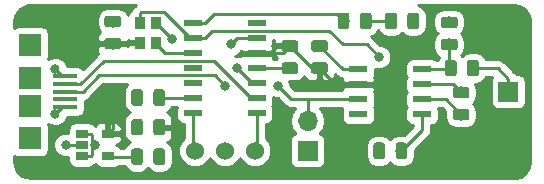
<source format=gbr>
G04 #@! TF.GenerationSoftware,KiCad,Pcbnew,5.0.2-bee76a0~70~ubuntu16.04.1*
G04 #@! TF.CreationDate,2019-09-10T18:11:14+02:00*
G04 #@! TF.ProjectId,hw-USB-RF,68772d55-5342-42d5-9246-2e6b69636164,rev?*
G04 #@! TF.SameCoordinates,Original*
G04 #@! TF.FileFunction,Copper,L1,Top*
G04 #@! TF.FilePolarity,Positive*
%FSLAX46Y46*%
G04 Gerber Fmt 4.6, Leading zero omitted, Abs format (unit mm)*
G04 Created by KiCad (PCBNEW 5.0.2-bee76a0~70~ubuntu16.04.1) date Tue 10 Sep 2019 06:11:14 PM CEST*
%MOMM*%
%LPD*%
G01*
G04 APERTURE LIST*
G04 #@! TA.AperFunction,ComponentPad*
%ADD10R,1.700000X1.700000*%
G04 #@! TD*
G04 #@! TA.AperFunction,Conductor*
%ADD11C,0.100000*%
G04 #@! TD*
G04 #@! TA.AperFunction,SMDPad,CuDef*
%ADD12C,0.975000*%
G04 #@! TD*
G04 #@! TA.AperFunction,SMDPad,CuDef*
%ADD13R,1.897380X1.897380*%
G04 #@! TD*
G04 #@! TA.AperFunction,SMDPad,CuDef*
%ADD14R,2.000000X0.398780*%
G04 #@! TD*
G04 #@! TA.AperFunction,ComponentPad*
%ADD15C,0.797560*%
G04 #@! TD*
G04 #@! TA.AperFunction,ComponentPad*
%ADD16O,1.700000X1.700000*%
G04 #@! TD*
G04 #@! TA.AperFunction,SMDPad,CuDef*
%ADD17R,1.550000X0.600000*%
G04 #@! TD*
G04 #@! TA.AperFunction,SMDPad,CuDef*
%ADD18R,1.060000X0.650000*%
G04 #@! TD*
G04 #@! TA.AperFunction,SMDPad,CuDef*
%ADD19R,1.500000X0.600000*%
G04 #@! TD*
G04 #@! TA.AperFunction,ComponentPad*
%ADD20C,1.524000*%
G04 #@! TD*
G04 #@! TA.AperFunction,SMDPad,CuDef*
%ADD21R,0.900000X1.100000*%
G04 #@! TD*
G04 #@! TA.AperFunction,ViaPad*
%ADD22C,0.800000*%
G04 #@! TD*
G04 #@! TA.AperFunction,Conductor*
%ADD23C,0.250000*%
G04 #@! TD*
G04 #@! TA.AperFunction,Conductor*
%ADD24C,0.254000*%
G04 #@! TD*
G04 APERTURE END LIST*
D10*
G04 #@! TO.P,AE1,1*
G04 #@! TO.N,Net-(AE1-Pad1)*
X153500000Y-94000000D03*
G04 #@! TD*
D11*
G04 #@! TO.N,Net-(AE1-Pad1)*
G04 #@! TO.C,C1*
G36*
X150767642Y-91301174D02*
X150791303Y-91304684D01*
X150814507Y-91310496D01*
X150837029Y-91318554D01*
X150858653Y-91328782D01*
X150879170Y-91341079D01*
X150898383Y-91355329D01*
X150916107Y-91371393D01*
X150932171Y-91389117D01*
X150946421Y-91408330D01*
X150958718Y-91428847D01*
X150968946Y-91450471D01*
X150977004Y-91472993D01*
X150982816Y-91496197D01*
X150986326Y-91519858D01*
X150987500Y-91543750D01*
X150987500Y-92456250D01*
X150986326Y-92480142D01*
X150982816Y-92503803D01*
X150977004Y-92527007D01*
X150968946Y-92549529D01*
X150958718Y-92571153D01*
X150946421Y-92591670D01*
X150932171Y-92610883D01*
X150916107Y-92628607D01*
X150898383Y-92644671D01*
X150879170Y-92658921D01*
X150858653Y-92671218D01*
X150837029Y-92681446D01*
X150814507Y-92689504D01*
X150791303Y-92695316D01*
X150767642Y-92698826D01*
X150743750Y-92700000D01*
X150256250Y-92700000D01*
X150232358Y-92698826D01*
X150208697Y-92695316D01*
X150185493Y-92689504D01*
X150162971Y-92681446D01*
X150141347Y-92671218D01*
X150120830Y-92658921D01*
X150101617Y-92644671D01*
X150083893Y-92628607D01*
X150067829Y-92610883D01*
X150053579Y-92591670D01*
X150041282Y-92571153D01*
X150031054Y-92549529D01*
X150022996Y-92527007D01*
X150017184Y-92503803D01*
X150013674Y-92480142D01*
X150012500Y-92456250D01*
X150012500Y-91543750D01*
X150013674Y-91519858D01*
X150017184Y-91496197D01*
X150022996Y-91472993D01*
X150031054Y-91450471D01*
X150041282Y-91428847D01*
X150053579Y-91408330D01*
X150067829Y-91389117D01*
X150083893Y-91371393D01*
X150101617Y-91355329D01*
X150120830Y-91341079D01*
X150141347Y-91328782D01*
X150162971Y-91318554D01*
X150185493Y-91310496D01*
X150208697Y-91304684D01*
X150232358Y-91301174D01*
X150256250Y-91300000D01*
X150743750Y-91300000D01*
X150767642Y-91301174D01*
X150767642Y-91301174D01*
G37*
D12*
G04 #@! TD*
G04 #@! TO.P,C1,2*
G04 #@! TO.N,Net-(AE1-Pad1)*
X150500000Y-92000000D03*
D11*
G04 #@! TO.N,Net-(C1-Pad1)*
G04 #@! TO.C,C1*
G36*
X148892642Y-91301174D02*
X148916303Y-91304684D01*
X148939507Y-91310496D01*
X148962029Y-91318554D01*
X148983653Y-91328782D01*
X149004170Y-91341079D01*
X149023383Y-91355329D01*
X149041107Y-91371393D01*
X149057171Y-91389117D01*
X149071421Y-91408330D01*
X149083718Y-91428847D01*
X149093946Y-91450471D01*
X149102004Y-91472993D01*
X149107816Y-91496197D01*
X149111326Y-91519858D01*
X149112500Y-91543750D01*
X149112500Y-92456250D01*
X149111326Y-92480142D01*
X149107816Y-92503803D01*
X149102004Y-92527007D01*
X149093946Y-92549529D01*
X149083718Y-92571153D01*
X149071421Y-92591670D01*
X149057171Y-92610883D01*
X149041107Y-92628607D01*
X149023383Y-92644671D01*
X149004170Y-92658921D01*
X148983653Y-92671218D01*
X148962029Y-92681446D01*
X148939507Y-92689504D01*
X148916303Y-92695316D01*
X148892642Y-92698826D01*
X148868750Y-92700000D01*
X148381250Y-92700000D01*
X148357358Y-92698826D01*
X148333697Y-92695316D01*
X148310493Y-92689504D01*
X148287971Y-92681446D01*
X148266347Y-92671218D01*
X148245830Y-92658921D01*
X148226617Y-92644671D01*
X148208893Y-92628607D01*
X148192829Y-92610883D01*
X148178579Y-92591670D01*
X148166282Y-92571153D01*
X148156054Y-92549529D01*
X148147996Y-92527007D01*
X148142184Y-92503803D01*
X148138674Y-92480142D01*
X148137500Y-92456250D01*
X148137500Y-91543750D01*
X148138674Y-91519858D01*
X148142184Y-91496197D01*
X148147996Y-91472993D01*
X148156054Y-91450471D01*
X148166282Y-91428847D01*
X148178579Y-91408330D01*
X148192829Y-91389117D01*
X148208893Y-91371393D01*
X148226617Y-91355329D01*
X148245830Y-91341079D01*
X148266347Y-91328782D01*
X148287971Y-91318554D01*
X148310493Y-91310496D01*
X148333697Y-91304684D01*
X148357358Y-91301174D01*
X148381250Y-91300000D01*
X148868750Y-91300000D01*
X148892642Y-91301174D01*
X148892642Y-91301174D01*
G37*
D12*
G04 #@! TD*
G04 #@! TO.P,C1,1*
G04 #@! TO.N,Net-(C1-Pad1)*
X148625000Y-92000000D03*
D11*
G04 #@! TO.N,GND*
G04 #@! TO.C,C2*
G36*
X120480142Y-87576174D02*
X120503803Y-87579684D01*
X120527007Y-87585496D01*
X120549529Y-87593554D01*
X120571153Y-87603782D01*
X120591670Y-87616079D01*
X120610883Y-87630329D01*
X120628607Y-87646393D01*
X120644671Y-87664117D01*
X120658921Y-87683330D01*
X120671218Y-87703847D01*
X120681446Y-87725471D01*
X120689504Y-87747993D01*
X120695316Y-87771197D01*
X120698826Y-87794858D01*
X120700000Y-87818750D01*
X120700000Y-88306250D01*
X120698826Y-88330142D01*
X120695316Y-88353803D01*
X120689504Y-88377007D01*
X120681446Y-88399529D01*
X120671218Y-88421153D01*
X120658921Y-88441670D01*
X120644671Y-88460883D01*
X120628607Y-88478607D01*
X120610883Y-88494671D01*
X120591670Y-88508921D01*
X120571153Y-88521218D01*
X120549529Y-88531446D01*
X120527007Y-88539504D01*
X120503803Y-88545316D01*
X120480142Y-88548826D01*
X120456250Y-88550000D01*
X119543750Y-88550000D01*
X119519858Y-88548826D01*
X119496197Y-88545316D01*
X119472993Y-88539504D01*
X119450471Y-88531446D01*
X119428847Y-88521218D01*
X119408330Y-88508921D01*
X119389117Y-88494671D01*
X119371393Y-88478607D01*
X119355329Y-88460883D01*
X119341079Y-88441670D01*
X119328782Y-88421153D01*
X119318554Y-88399529D01*
X119310496Y-88377007D01*
X119304684Y-88353803D01*
X119301174Y-88330142D01*
X119300000Y-88306250D01*
X119300000Y-87818750D01*
X119301174Y-87794858D01*
X119304684Y-87771197D01*
X119310496Y-87747993D01*
X119318554Y-87725471D01*
X119328782Y-87703847D01*
X119341079Y-87683330D01*
X119355329Y-87664117D01*
X119371393Y-87646393D01*
X119389117Y-87630329D01*
X119408330Y-87616079D01*
X119428847Y-87603782D01*
X119450471Y-87593554D01*
X119472993Y-87585496D01*
X119496197Y-87579684D01*
X119519858Y-87576174D01*
X119543750Y-87575000D01*
X120456250Y-87575000D01*
X120480142Y-87576174D01*
X120480142Y-87576174D01*
G37*
D12*
G04 #@! TD*
G04 #@! TO.P,C2,2*
G04 #@! TO.N,GND*
X120000000Y-88062500D03*
D11*
G04 #@! TO.N,+3V3*
G04 #@! TO.C,C2*
G36*
X120480142Y-89451174D02*
X120503803Y-89454684D01*
X120527007Y-89460496D01*
X120549529Y-89468554D01*
X120571153Y-89478782D01*
X120591670Y-89491079D01*
X120610883Y-89505329D01*
X120628607Y-89521393D01*
X120644671Y-89539117D01*
X120658921Y-89558330D01*
X120671218Y-89578847D01*
X120681446Y-89600471D01*
X120689504Y-89622993D01*
X120695316Y-89646197D01*
X120698826Y-89669858D01*
X120700000Y-89693750D01*
X120700000Y-90181250D01*
X120698826Y-90205142D01*
X120695316Y-90228803D01*
X120689504Y-90252007D01*
X120681446Y-90274529D01*
X120671218Y-90296153D01*
X120658921Y-90316670D01*
X120644671Y-90335883D01*
X120628607Y-90353607D01*
X120610883Y-90369671D01*
X120591670Y-90383921D01*
X120571153Y-90396218D01*
X120549529Y-90406446D01*
X120527007Y-90414504D01*
X120503803Y-90420316D01*
X120480142Y-90423826D01*
X120456250Y-90425000D01*
X119543750Y-90425000D01*
X119519858Y-90423826D01*
X119496197Y-90420316D01*
X119472993Y-90414504D01*
X119450471Y-90406446D01*
X119428847Y-90396218D01*
X119408330Y-90383921D01*
X119389117Y-90369671D01*
X119371393Y-90353607D01*
X119355329Y-90335883D01*
X119341079Y-90316670D01*
X119328782Y-90296153D01*
X119318554Y-90274529D01*
X119310496Y-90252007D01*
X119304684Y-90228803D01*
X119301174Y-90205142D01*
X119300000Y-90181250D01*
X119300000Y-89693750D01*
X119301174Y-89669858D01*
X119304684Y-89646197D01*
X119310496Y-89622993D01*
X119318554Y-89600471D01*
X119328782Y-89578847D01*
X119341079Y-89558330D01*
X119355329Y-89539117D01*
X119371393Y-89521393D01*
X119389117Y-89505329D01*
X119408330Y-89491079D01*
X119428847Y-89478782D01*
X119450471Y-89468554D01*
X119472993Y-89460496D01*
X119496197Y-89454684D01*
X119519858Y-89451174D01*
X119543750Y-89450000D01*
X120456250Y-89450000D01*
X120480142Y-89451174D01*
X120480142Y-89451174D01*
G37*
D12*
G04 #@! TD*
G04 #@! TO.P,C2,1*
G04 #@! TO.N,+3V3*
X120000000Y-89937500D03*
D11*
G04 #@! TO.N,/26MHZ*
G04 #@! TO.C,C3*
G36*
X142830142Y-98301174D02*
X142853803Y-98304684D01*
X142877007Y-98310496D01*
X142899529Y-98318554D01*
X142921153Y-98328782D01*
X142941670Y-98341079D01*
X142960883Y-98355329D01*
X142978607Y-98371393D01*
X142994671Y-98389117D01*
X143008921Y-98408330D01*
X143021218Y-98428847D01*
X143031446Y-98450471D01*
X143039504Y-98472993D01*
X143045316Y-98496197D01*
X143048826Y-98519858D01*
X143050000Y-98543750D01*
X143050000Y-99456250D01*
X143048826Y-99480142D01*
X143045316Y-99503803D01*
X143039504Y-99527007D01*
X143031446Y-99549529D01*
X143021218Y-99571153D01*
X143008921Y-99591670D01*
X142994671Y-99610883D01*
X142978607Y-99628607D01*
X142960883Y-99644671D01*
X142941670Y-99658921D01*
X142921153Y-99671218D01*
X142899529Y-99681446D01*
X142877007Y-99689504D01*
X142853803Y-99695316D01*
X142830142Y-99698826D01*
X142806250Y-99700000D01*
X142318750Y-99700000D01*
X142294858Y-99698826D01*
X142271197Y-99695316D01*
X142247993Y-99689504D01*
X142225471Y-99681446D01*
X142203847Y-99671218D01*
X142183330Y-99658921D01*
X142164117Y-99644671D01*
X142146393Y-99628607D01*
X142130329Y-99610883D01*
X142116079Y-99591670D01*
X142103782Y-99571153D01*
X142093554Y-99549529D01*
X142085496Y-99527007D01*
X142079684Y-99503803D01*
X142076174Y-99480142D01*
X142075000Y-99456250D01*
X142075000Y-98543750D01*
X142076174Y-98519858D01*
X142079684Y-98496197D01*
X142085496Y-98472993D01*
X142093554Y-98450471D01*
X142103782Y-98428847D01*
X142116079Y-98408330D01*
X142130329Y-98389117D01*
X142146393Y-98371393D01*
X142164117Y-98355329D01*
X142183330Y-98341079D01*
X142203847Y-98328782D01*
X142225471Y-98318554D01*
X142247993Y-98310496D01*
X142271197Y-98304684D01*
X142294858Y-98301174D01*
X142318750Y-98300000D01*
X142806250Y-98300000D01*
X142830142Y-98301174D01*
X142830142Y-98301174D01*
G37*
D12*
G04 #@! TD*
G04 #@! TO.P,C3,2*
G04 #@! TO.N,/26MHZ*
X142562500Y-99000000D03*
D11*
G04 #@! TO.N,Net-(C3-Pad1)*
G04 #@! TO.C,C3*
G36*
X144705142Y-98301174D02*
X144728803Y-98304684D01*
X144752007Y-98310496D01*
X144774529Y-98318554D01*
X144796153Y-98328782D01*
X144816670Y-98341079D01*
X144835883Y-98355329D01*
X144853607Y-98371393D01*
X144869671Y-98389117D01*
X144883921Y-98408330D01*
X144896218Y-98428847D01*
X144906446Y-98450471D01*
X144914504Y-98472993D01*
X144920316Y-98496197D01*
X144923826Y-98519858D01*
X144925000Y-98543750D01*
X144925000Y-99456250D01*
X144923826Y-99480142D01*
X144920316Y-99503803D01*
X144914504Y-99527007D01*
X144906446Y-99549529D01*
X144896218Y-99571153D01*
X144883921Y-99591670D01*
X144869671Y-99610883D01*
X144853607Y-99628607D01*
X144835883Y-99644671D01*
X144816670Y-99658921D01*
X144796153Y-99671218D01*
X144774529Y-99681446D01*
X144752007Y-99689504D01*
X144728803Y-99695316D01*
X144705142Y-99698826D01*
X144681250Y-99700000D01*
X144193750Y-99700000D01*
X144169858Y-99698826D01*
X144146197Y-99695316D01*
X144122993Y-99689504D01*
X144100471Y-99681446D01*
X144078847Y-99671218D01*
X144058330Y-99658921D01*
X144039117Y-99644671D01*
X144021393Y-99628607D01*
X144005329Y-99610883D01*
X143991079Y-99591670D01*
X143978782Y-99571153D01*
X143968554Y-99549529D01*
X143960496Y-99527007D01*
X143954684Y-99503803D01*
X143951174Y-99480142D01*
X143950000Y-99456250D01*
X143950000Y-98543750D01*
X143951174Y-98519858D01*
X143954684Y-98496197D01*
X143960496Y-98472993D01*
X143968554Y-98450471D01*
X143978782Y-98428847D01*
X143991079Y-98408330D01*
X144005329Y-98389117D01*
X144021393Y-98371393D01*
X144039117Y-98355329D01*
X144058330Y-98341079D01*
X144078847Y-98328782D01*
X144100471Y-98318554D01*
X144122993Y-98310496D01*
X144146197Y-98304684D01*
X144169858Y-98301174D01*
X144193750Y-98300000D01*
X144681250Y-98300000D01*
X144705142Y-98301174D01*
X144705142Y-98301174D01*
G37*
D12*
G04 #@! TD*
G04 #@! TO.P,C3,1*
G04 #@! TO.N,Net-(C3-Pad1)*
X144437500Y-99000000D03*
D11*
G04 #@! TO.N,+3V3*
G04 #@! TO.C,C4*
G36*
X137980142Y-91513674D02*
X138003803Y-91517184D01*
X138027007Y-91522996D01*
X138049529Y-91531054D01*
X138071153Y-91541282D01*
X138091670Y-91553579D01*
X138110883Y-91567829D01*
X138128607Y-91583893D01*
X138144671Y-91601617D01*
X138158921Y-91620830D01*
X138171218Y-91641347D01*
X138181446Y-91662971D01*
X138189504Y-91685493D01*
X138195316Y-91708697D01*
X138198826Y-91732358D01*
X138200000Y-91756250D01*
X138200000Y-92243750D01*
X138198826Y-92267642D01*
X138195316Y-92291303D01*
X138189504Y-92314507D01*
X138181446Y-92337029D01*
X138171218Y-92358653D01*
X138158921Y-92379170D01*
X138144671Y-92398383D01*
X138128607Y-92416107D01*
X138110883Y-92432171D01*
X138091670Y-92446421D01*
X138071153Y-92458718D01*
X138049529Y-92468946D01*
X138027007Y-92477004D01*
X138003803Y-92482816D01*
X137980142Y-92486326D01*
X137956250Y-92487500D01*
X137043750Y-92487500D01*
X137019858Y-92486326D01*
X136996197Y-92482816D01*
X136972993Y-92477004D01*
X136950471Y-92468946D01*
X136928847Y-92458718D01*
X136908330Y-92446421D01*
X136889117Y-92432171D01*
X136871393Y-92416107D01*
X136855329Y-92398383D01*
X136841079Y-92379170D01*
X136828782Y-92358653D01*
X136818554Y-92337029D01*
X136810496Y-92314507D01*
X136804684Y-92291303D01*
X136801174Y-92267642D01*
X136800000Y-92243750D01*
X136800000Y-91756250D01*
X136801174Y-91732358D01*
X136804684Y-91708697D01*
X136810496Y-91685493D01*
X136818554Y-91662971D01*
X136828782Y-91641347D01*
X136841079Y-91620830D01*
X136855329Y-91601617D01*
X136871393Y-91583893D01*
X136889117Y-91567829D01*
X136908330Y-91553579D01*
X136928847Y-91541282D01*
X136950471Y-91531054D01*
X136972993Y-91522996D01*
X136996197Y-91517184D01*
X137019858Y-91513674D01*
X137043750Y-91512500D01*
X137956250Y-91512500D01*
X137980142Y-91513674D01*
X137980142Y-91513674D01*
G37*
D12*
G04 #@! TD*
G04 #@! TO.P,C4,2*
G04 #@! TO.N,+3V3*
X137500000Y-92000000D03*
D11*
G04 #@! TO.N,GND*
G04 #@! TO.C,C4*
G36*
X137980142Y-89638674D02*
X138003803Y-89642184D01*
X138027007Y-89647996D01*
X138049529Y-89656054D01*
X138071153Y-89666282D01*
X138091670Y-89678579D01*
X138110883Y-89692829D01*
X138128607Y-89708893D01*
X138144671Y-89726617D01*
X138158921Y-89745830D01*
X138171218Y-89766347D01*
X138181446Y-89787971D01*
X138189504Y-89810493D01*
X138195316Y-89833697D01*
X138198826Y-89857358D01*
X138200000Y-89881250D01*
X138200000Y-90368750D01*
X138198826Y-90392642D01*
X138195316Y-90416303D01*
X138189504Y-90439507D01*
X138181446Y-90462029D01*
X138171218Y-90483653D01*
X138158921Y-90504170D01*
X138144671Y-90523383D01*
X138128607Y-90541107D01*
X138110883Y-90557171D01*
X138091670Y-90571421D01*
X138071153Y-90583718D01*
X138049529Y-90593946D01*
X138027007Y-90602004D01*
X138003803Y-90607816D01*
X137980142Y-90611326D01*
X137956250Y-90612500D01*
X137043750Y-90612500D01*
X137019858Y-90611326D01*
X136996197Y-90607816D01*
X136972993Y-90602004D01*
X136950471Y-90593946D01*
X136928847Y-90583718D01*
X136908330Y-90571421D01*
X136889117Y-90557171D01*
X136871393Y-90541107D01*
X136855329Y-90523383D01*
X136841079Y-90504170D01*
X136828782Y-90483653D01*
X136818554Y-90462029D01*
X136810496Y-90439507D01*
X136804684Y-90416303D01*
X136801174Y-90392642D01*
X136800000Y-90368750D01*
X136800000Y-89881250D01*
X136801174Y-89857358D01*
X136804684Y-89833697D01*
X136810496Y-89810493D01*
X136818554Y-89787971D01*
X136828782Y-89766347D01*
X136841079Y-89745830D01*
X136855329Y-89726617D01*
X136871393Y-89708893D01*
X136889117Y-89692829D01*
X136908330Y-89678579D01*
X136928847Y-89666282D01*
X136950471Y-89656054D01*
X136972993Y-89647996D01*
X136996197Y-89642184D01*
X137019858Y-89638674D01*
X137043750Y-89637500D01*
X137956250Y-89637500D01*
X137980142Y-89638674D01*
X137980142Y-89638674D01*
G37*
D12*
G04 #@! TD*
G04 #@! TO.P,C4,1*
G04 #@! TO.N,GND*
X137500000Y-90125000D03*
D11*
G04 #@! TO.N,Net-(C5-Pad1)*
G04 #@! TO.C,C5*
G36*
X124205142Y-93801174D02*
X124228803Y-93804684D01*
X124252007Y-93810496D01*
X124274529Y-93818554D01*
X124296153Y-93828782D01*
X124316670Y-93841079D01*
X124335883Y-93855329D01*
X124353607Y-93871393D01*
X124369671Y-93889117D01*
X124383921Y-93908330D01*
X124396218Y-93928847D01*
X124406446Y-93950471D01*
X124414504Y-93972993D01*
X124420316Y-93996197D01*
X124423826Y-94019858D01*
X124425000Y-94043750D01*
X124425000Y-94956250D01*
X124423826Y-94980142D01*
X124420316Y-95003803D01*
X124414504Y-95027007D01*
X124406446Y-95049529D01*
X124396218Y-95071153D01*
X124383921Y-95091670D01*
X124369671Y-95110883D01*
X124353607Y-95128607D01*
X124335883Y-95144671D01*
X124316670Y-95158921D01*
X124296153Y-95171218D01*
X124274529Y-95181446D01*
X124252007Y-95189504D01*
X124228803Y-95195316D01*
X124205142Y-95198826D01*
X124181250Y-95200000D01*
X123693750Y-95200000D01*
X123669858Y-95198826D01*
X123646197Y-95195316D01*
X123622993Y-95189504D01*
X123600471Y-95181446D01*
X123578847Y-95171218D01*
X123558330Y-95158921D01*
X123539117Y-95144671D01*
X123521393Y-95128607D01*
X123505329Y-95110883D01*
X123491079Y-95091670D01*
X123478782Y-95071153D01*
X123468554Y-95049529D01*
X123460496Y-95027007D01*
X123454684Y-95003803D01*
X123451174Y-94980142D01*
X123450000Y-94956250D01*
X123450000Y-94043750D01*
X123451174Y-94019858D01*
X123454684Y-93996197D01*
X123460496Y-93972993D01*
X123468554Y-93950471D01*
X123478782Y-93928847D01*
X123491079Y-93908330D01*
X123505329Y-93889117D01*
X123521393Y-93871393D01*
X123539117Y-93855329D01*
X123558330Y-93841079D01*
X123578847Y-93828782D01*
X123600471Y-93818554D01*
X123622993Y-93810496D01*
X123646197Y-93804684D01*
X123669858Y-93801174D01*
X123693750Y-93800000D01*
X124181250Y-93800000D01*
X124205142Y-93801174D01*
X124205142Y-93801174D01*
G37*
D12*
G04 #@! TD*
G04 #@! TO.P,C5,1*
G04 #@! TO.N,Net-(C5-Pad1)*
X123937500Y-94500000D03*
D11*
G04 #@! TO.N,GND*
G04 #@! TO.C,C5*
G36*
X122330142Y-93801174D02*
X122353803Y-93804684D01*
X122377007Y-93810496D01*
X122399529Y-93818554D01*
X122421153Y-93828782D01*
X122441670Y-93841079D01*
X122460883Y-93855329D01*
X122478607Y-93871393D01*
X122494671Y-93889117D01*
X122508921Y-93908330D01*
X122521218Y-93928847D01*
X122531446Y-93950471D01*
X122539504Y-93972993D01*
X122545316Y-93996197D01*
X122548826Y-94019858D01*
X122550000Y-94043750D01*
X122550000Y-94956250D01*
X122548826Y-94980142D01*
X122545316Y-95003803D01*
X122539504Y-95027007D01*
X122531446Y-95049529D01*
X122521218Y-95071153D01*
X122508921Y-95091670D01*
X122494671Y-95110883D01*
X122478607Y-95128607D01*
X122460883Y-95144671D01*
X122441670Y-95158921D01*
X122421153Y-95171218D01*
X122399529Y-95181446D01*
X122377007Y-95189504D01*
X122353803Y-95195316D01*
X122330142Y-95198826D01*
X122306250Y-95200000D01*
X121818750Y-95200000D01*
X121794858Y-95198826D01*
X121771197Y-95195316D01*
X121747993Y-95189504D01*
X121725471Y-95181446D01*
X121703847Y-95171218D01*
X121683330Y-95158921D01*
X121664117Y-95144671D01*
X121646393Y-95128607D01*
X121630329Y-95110883D01*
X121616079Y-95091670D01*
X121603782Y-95071153D01*
X121593554Y-95049529D01*
X121585496Y-95027007D01*
X121579684Y-95003803D01*
X121576174Y-94980142D01*
X121575000Y-94956250D01*
X121575000Y-94043750D01*
X121576174Y-94019858D01*
X121579684Y-93996197D01*
X121585496Y-93972993D01*
X121593554Y-93950471D01*
X121603782Y-93928847D01*
X121616079Y-93908330D01*
X121630329Y-93889117D01*
X121646393Y-93871393D01*
X121664117Y-93855329D01*
X121683330Y-93841079D01*
X121703847Y-93828782D01*
X121725471Y-93818554D01*
X121747993Y-93810496D01*
X121771197Y-93804684D01*
X121794858Y-93801174D01*
X121818750Y-93800000D01*
X122306250Y-93800000D01*
X122330142Y-93801174D01*
X122330142Y-93801174D01*
G37*
D12*
G04 #@! TD*
G04 #@! TO.P,C5,2*
G04 #@! TO.N,GND*
X122062500Y-94500000D03*
D11*
G04 #@! TO.N,Net-(C6-Pad1)*
G04 #@! TO.C,C6*
G36*
X122330142Y-98801174D02*
X122353803Y-98804684D01*
X122377007Y-98810496D01*
X122399529Y-98818554D01*
X122421153Y-98828782D01*
X122441670Y-98841079D01*
X122460883Y-98855329D01*
X122478607Y-98871393D01*
X122494671Y-98889117D01*
X122508921Y-98908330D01*
X122521218Y-98928847D01*
X122531446Y-98950471D01*
X122539504Y-98972993D01*
X122545316Y-98996197D01*
X122548826Y-99019858D01*
X122550000Y-99043750D01*
X122550000Y-99956250D01*
X122548826Y-99980142D01*
X122545316Y-100003803D01*
X122539504Y-100027007D01*
X122531446Y-100049529D01*
X122521218Y-100071153D01*
X122508921Y-100091670D01*
X122494671Y-100110883D01*
X122478607Y-100128607D01*
X122460883Y-100144671D01*
X122441670Y-100158921D01*
X122421153Y-100171218D01*
X122399529Y-100181446D01*
X122377007Y-100189504D01*
X122353803Y-100195316D01*
X122330142Y-100198826D01*
X122306250Y-100200000D01*
X121818750Y-100200000D01*
X121794858Y-100198826D01*
X121771197Y-100195316D01*
X121747993Y-100189504D01*
X121725471Y-100181446D01*
X121703847Y-100171218D01*
X121683330Y-100158921D01*
X121664117Y-100144671D01*
X121646393Y-100128607D01*
X121630329Y-100110883D01*
X121616079Y-100091670D01*
X121603782Y-100071153D01*
X121593554Y-100049529D01*
X121585496Y-100027007D01*
X121579684Y-100003803D01*
X121576174Y-99980142D01*
X121575000Y-99956250D01*
X121575000Y-99043750D01*
X121576174Y-99019858D01*
X121579684Y-98996197D01*
X121585496Y-98972993D01*
X121593554Y-98950471D01*
X121603782Y-98928847D01*
X121616079Y-98908330D01*
X121630329Y-98889117D01*
X121646393Y-98871393D01*
X121664117Y-98855329D01*
X121683330Y-98841079D01*
X121703847Y-98828782D01*
X121725471Y-98818554D01*
X121747993Y-98810496D01*
X121771197Y-98804684D01*
X121794858Y-98801174D01*
X121818750Y-98800000D01*
X122306250Y-98800000D01*
X122330142Y-98801174D01*
X122330142Y-98801174D01*
G37*
D12*
G04 #@! TD*
G04 #@! TO.P,C6,1*
G04 #@! TO.N,Net-(C6-Pad1)*
X122062500Y-99500000D03*
D11*
G04 #@! TO.N,GND*
G04 #@! TO.C,C6*
G36*
X124205142Y-98801174D02*
X124228803Y-98804684D01*
X124252007Y-98810496D01*
X124274529Y-98818554D01*
X124296153Y-98828782D01*
X124316670Y-98841079D01*
X124335883Y-98855329D01*
X124353607Y-98871393D01*
X124369671Y-98889117D01*
X124383921Y-98908330D01*
X124396218Y-98928847D01*
X124406446Y-98950471D01*
X124414504Y-98972993D01*
X124420316Y-98996197D01*
X124423826Y-99019858D01*
X124425000Y-99043750D01*
X124425000Y-99956250D01*
X124423826Y-99980142D01*
X124420316Y-100003803D01*
X124414504Y-100027007D01*
X124406446Y-100049529D01*
X124396218Y-100071153D01*
X124383921Y-100091670D01*
X124369671Y-100110883D01*
X124353607Y-100128607D01*
X124335883Y-100144671D01*
X124316670Y-100158921D01*
X124296153Y-100171218D01*
X124274529Y-100181446D01*
X124252007Y-100189504D01*
X124228803Y-100195316D01*
X124205142Y-100198826D01*
X124181250Y-100200000D01*
X123693750Y-100200000D01*
X123669858Y-100198826D01*
X123646197Y-100195316D01*
X123622993Y-100189504D01*
X123600471Y-100181446D01*
X123578847Y-100171218D01*
X123558330Y-100158921D01*
X123539117Y-100144671D01*
X123521393Y-100128607D01*
X123505329Y-100110883D01*
X123491079Y-100091670D01*
X123478782Y-100071153D01*
X123468554Y-100049529D01*
X123460496Y-100027007D01*
X123454684Y-100003803D01*
X123451174Y-99980142D01*
X123450000Y-99956250D01*
X123450000Y-99043750D01*
X123451174Y-99019858D01*
X123454684Y-98996197D01*
X123460496Y-98972993D01*
X123468554Y-98950471D01*
X123478782Y-98928847D01*
X123491079Y-98908330D01*
X123505329Y-98889117D01*
X123521393Y-98871393D01*
X123539117Y-98855329D01*
X123558330Y-98841079D01*
X123578847Y-98828782D01*
X123600471Y-98818554D01*
X123622993Y-98810496D01*
X123646197Y-98804684D01*
X123669858Y-98801174D01*
X123693750Y-98800000D01*
X124181250Y-98800000D01*
X124205142Y-98801174D01*
X124205142Y-98801174D01*
G37*
D12*
G04 #@! TD*
G04 #@! TO.P,C6,2*
G04 #@! TO.N,GND*
X123937500Y-99500000D03*
D11*
G04 #@! TO.N,+3V3*
G04 #@! TO.C,C7*
G36*
X124205142Y-96301174D02*
X124228803Y-96304684D01*
X124252007Y-96310496D01*
X124274529Y-96318554D01*
X124296153Y-96328782D01*
X124316670Y-96341079D01*
X124335883Y-96355329D01*
X124353607Y-96371393D01*
X124369671Y-96389117D01*
X124383921Y-96408330D01*
X124396218Y-96428847D01*
X124406446Y-96450471D01*
X124414504Y-96472993D01*
X124420316Y-96496197D01*
X124423826Y-96519858D01*
X124425000Y-96543750D01*
X124425000Y-97456250D01*
X124423826Y-97480142D01*
X124420316Y-97503803D01*
X124414504Y-97527007D01*
X124406446Y-97549529D01*
X124396218Y-97571153D01*
X124383921Y-97591670D01*
X124369671Y-97610883D01*
X124353607Y-97628607D01*
X124335883Y-97644671D01*
X124316670Y-97658921D01*
X124296153Y-97671218D01*
X124274529Y-97681446D01*
X124252007Y-97689504D01*
X124228803Y-97695316D01*
X124205142Y-97698826D01*
X124181250Y-97700000D01*
X123693750Y-97700000D01*
X123669858Y-97698826D01*
X123646197Y-97695316D01*
X123622993Y-97689504D01*
X123600471Y-97681446D01*
X123578847Y-97671218D01*
X123558330Y-97658921D01*
X123539117Y-97644671D01*
X123521393Y-97628607D01*
X123505329Y-97610883D01*
X123491079Y-97591670D01*
X123478782Y-97571153D01*
X123468554Y-97549529D01*
X123460496Y-97527007D01*
X123454684Y-97503803D01*
X123451174Y-97480142D01*
X123450000Y-97456250D01*
X123450000Y-96543750D01*
X123451174Y-96519858D01*
X123454684Y-96496197D01*
X123460496Y-96472993D01*
X123468554Y-96450471D01*
X123478782Y-96428847D01*
X123491079Y-96408330D01*
X123505329Y-96389117D01*
X123521393Y-96371393D01*
X123539117Y-96355329D01*
X123558330Y-96341079D01*
X123578847Y-96328782D01*
X123600471Y-96318554D01*
X123622993Y-96310496D01*
X123646197Y-96304684D01*
X123669858Y-96301174D01*
X123693750Y-96300000D01*
X124181250Y-96300000D01*
X124205142Y-96301174D01*
X124205142Y-96301174D01*
G37*
D12*
G04 #@! TD*
G04 #@! TO.P,C7,1*
G04 #@! TO.N,+3V3*
X123937500Y-97000000D03*
D11*
G04 #@! TO.N,GND*
G04 #@! TO.C,C7*
G36*
X122330142Y-96301174D02*
X122353803Y-96304684D01*
X122377007Y-96310496D01*
X122399529Y-96318554D01*
X122421153Y-96328782D01*
X122441670Y-96341079D01*
X122460883Y-96355329D01*
X122478607Y-96371393D01*
X122494671Y-96389117D01*
X122508921Y-96408330D01*
X122521218Y-96428847D01*
X122531446Y-96450471D01*
X122539504Y-96472993D01*
X122545316Y-96496197D01*
X122548826Y-96519858D01*
X122550000Y-96543750D01*
X122550000Y-97456250D01*
X122548826Y-97480142D01*
X122545316Y-97503803D01*
X122539504Y-97527007D01*
X122531446Y-97549529D01*
X122521218Y-97571153D01*
X122508921Y-97591670D01*
X122494671Y-97610883D01*
X122478607Y-97628607D01*
X122460883Y-97644671D01*
X122441670Y-97658921D01*
X122421153Y-97671218D01*
X122399529Y-97681446D01*
X122377007Y-97689504D01*
X122353803Y-97695316D01*
X122330142Y-97698826D01*
X122306250Y-97700000D01*
X121818750Y-97700000D01*
X121794858Y-97698826D01*
X121771197Y-97695316D01*
X121747993Y-97689504D01*
X121725471Y-97681446D01*
X121703847Y-97671218D01*
X121683330Y-97658921D01*
X121664117Y-97644671D01*
X121646393Y-97628607D01*
X121630329Y-97610883D01*
X121616079Y-97591670D01*
X121603782Y-97571153D01*
X121593554Y-97549529D01*
X121585496Y-97527007D01*
X121579684Y-97503803D01*
X121576174Y-97480142D01*
X121575000Y-97456250D01*
X121575000Y-96543750D01*
X121576174Y-96519858D01*
X121579684Y-96496197D01*
X121585496Y-96472993D01*
X121593554Y-96450471D01*
X121603782Y-96428847D01*
X121616079Y-96408330D01*
X121630329Y-96389117D01*
X121646393Y-96371393D01*
X121664117Y-96355329D01*
X121683330Y-96341079D01*
X121703847Y-96328782D01*
X121725471Y-96318554D01*
X121747993Y-96310496D01*
X121771197Y-96304684D01*
X121794858Y-96301174D01*
X121818750Y-96300000D01*
X122306250Y-96300000D01*
X122330142Y-96301174D01*
X122330142Y-96301174D01*
G37*
D12*
G04 #@! TD*
G04 #@! TO.P,C7,2*
G04 #@! TO.N,GND*
X122062500Y-97000000D03*
D11*
G04 #@! TO.N,+3V3*
G04 #@! TO.C,C8*
G36*
X135480142Y-89638674D02*
X135503803Y-89642184D01*
X135527007Y-89647996D01*
X135549529Y-89656054D01*
X135571153Y-89666282D01*
X135591670Y-89678579D01*
X135610883Y-89692829D01*
X135628607Y-89708893D01*
X135644671Y-89726617D01*
X135658921Y-89745830D01*
X135671218Y-89766347D01*
X135681446Y-89787971D01*
X135689504Y-89810493D01*
X135695316Y-89833697D01*
X135698826Y-89857358D01*
X135700000Y-89881250D01*
X135700000Y-90368750D01*
X135698826Y-90392642D01*
X135695316Y-90416303D01*
X135689504Y-90439507D01*
X135681446Y-90462029D01*
X135671218Y-90483653D01*
X135658921Y-90504170D01*
X135644671Y-90523383D01*
X135628607Y-90541107D01*
X135610883Y-90557171D01*
X135591670Y-90571421D01*
X135571153Y-90583718D01*
X135549529Y-90593946D01*
X135527007Y-90602004D01*
X135503803Y-90607816D01*
X135480142Y-90611326D01*
X135456250Y-90612500D01*
X134543750Y-90612500D01*
X134519858Y-90611326D01*
X134496197Y-90607816D01*
X134472993Y-90602004D01*
X134450471Y-90593946D01*
X134428847Y-90583718D01*
X134408330Y-90571421D01*
X134389117Y-90557171D01*
X134371393Y-90541107D01*
X134355329Y-90523383D01*
X134341079Y-90504170D01*
X134328782Y-90483653D01*
X134318554Y-90462029D01*
X134310496Y-90439507D01*
X134304684Y-90416303D01*
X134301174Y-90392642D01*
X134300000Y-90368750D01*
X134300000Y-89881250D01*
X134301174Y-89857358D01*
X134304684Y-89833697D01*
X134310496Y-89810493D01*
X134318554Y-89787971D01*
X134328782Y-89766347D01*
X134341079Y-89745830D01*
X134355329Y-89726617D01*
X134371393Y-89708893D01*
X134389117Y-89692829D01*
X134408330Y-89678579D01*
X134428847Y-89666282D01*
X134450471Y-89656054D01*
X134472993Y-89647996D01*
X134496197Y-89642184D01*
X134519858Y-89638674D01*
X134543750Y-89637500D01*
X135456250Y-89637500D01*
X135480142Y-89638674D01*
X135480142Y-89638674D01*
G37*
D12*
G04 #@! TD*
G04 #@! TO.P,C8,1*
G04 #@! TO.N,+3V3*
X135000000Y-90125000D03*
D11*
G04 #@! TO.N,GND*
G04 #@! TO.C,C8*
G36*
X135480142Y-91513674D02*
X135503803Y-91517184D01*
X135527007Y-91522996D01*
X135549529Y-91531054D01*
X135571153Y-91541282D01*
X135591670Y-91553579D01*
X135610883Y-91567829D01*
X135628607Y-91583893D01*
X135644671Y-91601617D01*
X135658921Y-91620830D01*
X135671218Y-91641347D01*
X135681446Y-91662971D01*
X135689504Y-91685493D01*
X135695316Y-91708697D01*
X135698826Y-91732358D01*
X135700000Y-91756250D01*
X135700000Y-92243750D01*
X135698826Y-92267642D01*
X135695316Y-92291303D01*
X135689504Y-92314507D01*
X135681446Y-92337029D01*
X135671218Y-92358653D01*
X135658921Y-92379170D01*
X135644671Y-92398383D01*
X135628607Y-92416107D01*
X135610883Y-92432171D01*
X135591670Y-92446421D01*
X135571153Y-92458718D01*
X135549529Y-92468946D01*
X135527007Y-92477004D01*
X135503803Y-92482816D01*
X135480142Y-92486326D01*
X135456250Y-92487500D01*
X134543750Y-92487500D01*
X134519858Y-92486326D01*
X134496197Y-92482816D01*
X134472993Y-92477004D01*
X134450471Y-92468946D01*
X134428847Y-92458718D01*
X134408330Y-92446421D01*
X134389117Y-92432171D01*
X134371393Y-92416107D01*
X134355329Y-92398383D01*
X134341079Y-92379170D01*
X134328782Y-92358653D01*
X134318554Y-92337029D01*
X134310496Y-92314507D01*
X134304684Y-92291303D01*
X134301174Y-92267642D01*
X134300000Y-92243750D01*
X134300000Y-91756250D01*
X134301174Y-91732358D01*
X134304684Y-91708697D01*
X134310496Y-91685493D01*
X134318554Y-91662971D01*
X134328782Y-91641347D01*
X134341079Y-91620830D01*
X134355329Y-91601617D01*
X134371393Y-91583893D01*
X134389117Y-91567829D01*
X134408330Y-91553579D01*
X134428847Y-91541282D01*
X134450471Y-91531054D01*
X134472993Y-91522996D01*
X134496197Y-91517184D01*
X134519858Y-91513674D01*
X134543750Y-91512500D01*
X135456250Y-91512500D01*
X135480142Y-91513674D01*
X135480142Y-91513674D01*
G37*
D12*
G04 #@! TD*
G04 #@! TO.P,C8,2*
G04 #@! TO.N,GND*
X135000000Y-92000000D03*
D11*
G04 #@! TO.N,GND*
G04 #@! TO.C,D1*
G36*
X145705142Y-87301174D02*
X145728803Y-87304684D01*
X145752007Y-87310496D01*
X145774529Y-87318554D01*
X145796153Y-87328782D01*
X145816670Y-87341079D01*
X145835883Y-87355329D01*
X145853607Y-87371393D01*
X145869671Y-87389117D01*
X145883921Y-87408330D01*
X145896218Y-87428847D01*
X145906446Y-87450471D01*
X145914504Y-87472993D01*
X145920316Y-87496197D01*
X145923826Y-87519858D01*
X145925000Y-87543750D01*
X145925000Y-88456250D01*
X145923826Y-88480142D01*
X145920316Y-88503803D01*
X145914504Y-88527007D01*
X145906446Y-88549529D01*
X145896218Y-88571153D01*
X145883921Y-88591670D01*
X145869671Y-88610883D01*
X145853607Y-88628607D01*
X145835883Y-88644671D01*
X145816670Y-88658921D01*
X145796153Y-88671218D01*
X145774529Y-88681446D01*
X145752007Y-88689504D01*
X145728803Y-88695316D01*
X145705142Y-88698826D01*
X145681250Y-88700000D01*
X145193750Y-88700000D01*
X145169858Y-88698826D01*
X145146197Y-88695316D01*
X145122993Y-88689504D01*
X145100471Y-88681446D01*
X145078847Y-88671218D01*
X145058330Y-88658921D01*
X145039117Y-88644671D01*
X145021393Y-88628607D01*
X145005329Y-88610883D01*
X144991079Y-88591670D01*
X144978782Y-88571153D01*
X144968554Y-88549529D01*
X144960496Y-88527007D01*
X144954684Y-88503803D01*
X144951174Y-88480142D01*
X144950000Y-88456250D01*
X144950000Y-87543750D01*
X144951174Y-87519858D01*
X144954684Y-87496197D01*
X144960496Y-87472993D01*
X144968554Y-87450471D01*
X144978782Y-87428847D01*
X144991079Y-87408330D01*
X145005329Y-87389117D01*
X145021393Y-87371393D01*
X145039117Y-87355329D01*
X145058330Y-87341079D01*
X145078847Y-87328782D01*
X145100471Y-87318554D01*
X145122993Y-87310496D01*
X145146197Y-87304684D01*
X145169858Y-87301174D01*
X145193750Y-87300000D01*
X145681250Y-87300000D01*
X145705142Y-87301174D01*
X145705142Y-87301174D01*
G37*
D12*
G04 #@! TD*
G04 #@! TO.P,D1,1*
G04 #@! TO.N,GND*
X145437500Y-88000000D03*
D11*
G04 #@! TO.N,Net-(D1-Pad2)*
G04 #@! TO.C,D1*
G36*
X143830142Y-87301174D02*
X143853803Y-87304684D01*
X143877007Y-87310496D01*
X143899529Y-87318554D01*
X143921153Y-87328782D01*
X143941670Y-87341079D01*
X143960883Y-87355329D01*
X143978607Y-87371393D01*
X143994671Y-87389117D01*
X144008921Y-87408330D01*
X144021218Y-87428847D01*
X144031446Y-87450471D01*
X144039504Y-87472993D01*
X144045316Y-87496197D01*
X144048826Y-87519858D01*
X144050000Y-87543750D01*
X144050000Y-88456250D01*
X144048826Y-88480142D01*
X144045316Y-88503803D01*
X144039504Y-88527007D01*
X144031446Y-88549529D01*
X144021218Y-88571153D01*
X144008921Y-88591670D01*
X143994671Y-88610883D01*
X143978607Y-88628607D01*
X143960883Y-88644671D01*
X143941670Y-88658921D01*
X143921153Y-88671218D01*
X143899529Y-88681446D01*
X143877007Y-88689504D01*
X143853803Y-88695316D01*
X143830142Y-88698826D01*
X143806250Y-88700000D01*
X143318750Y-88700000D01*
X143294858Y-88698826D01*
X143271197Y-88695316D01*
X143247993Y-88689504D01*
X143225471Y-88681446D01*
X143203847Y-88671218D01*
X143183330Y-88658921D01*
X143164117Y-88644671D01*
X143146393Y-88628607D01*
X143130329Y-88610883D01*
X143116079Y-88591670D01*
X143103782Y-88571153D01*
X143093554Y-88549529D01*
X143085496Y-88527007D01*
X143079684Y-88503803D01*
X143076174Y-88480142D01*
X143075000Y-88456250D01*
X143075000Y-87543750D01*
X143076174Y-87519858D01*
X143079684Y-87496197D01*
X143085496Y-87472993D01*
X143093554Y-87450471D01*
X143103782Y-87428847D01*
X143116079Y-87408330D01*
X143130329Y-87389117D01*
X143146393Y-87371393D01*
X143164117Y-87355329D01*
X143183330Y-87341079D01*
X143203847Y-87328782D01*
X143225471Y-87318554D01*
X143247993Y-87310496D01*
X143271197Y-87304684D01*
X143294858Y-87301174D01*
X143318750Y-87300000D01*
X143806250Y-87300000D01*
X143830142Y-87301174D01*
X143830142Y-87301174D01*
G37*
D12*
G04 #@! TD*
G04 #@! TO.P,D1,2*
G04 #@! TO.N,Net-(D1-Pad2)*
X143562500Y-88000000D03*
D13*
G04 #@! TO.P,J1,6*
G04 #@! TO.N,GND*
X113000000Y-92801120D03*
X113000000Y-95198880D03*
X113000000Y-97949700D03*
X113000000Y-90050300D03*
D14*
G04 #@! TO.P,J1,1*
G04 #@! TO.N,+5V*
X116000000Y-92699520D03*
G04 #@! TO.P,J1,2*
G04 #@! TO.N,/USB_DM*
X116000000Y-93352300D03*
G04 #@! TO.P,J1,3*
G04 #@! TO.N,/USB_DP*
X116000000Y-94000000D03*
G04 #@! TO.P,J1,4*
G04 #@! TO.N,N/C*
X116000000Y-94647700D03*
G04 #@! TO.P,J1,5*
G04 #@! TO.N,GND*
X116000000Y-95300480D03*
D15*
X115146300Y-95897380D03*
G04 #@! TO.P,J1,1*
G04 #@! TO.N,+5V*
X115148840Y-92100080D03*
G04 #@! TD*
D11*
G04 #@! TO.N,Net-(C1-Pad1)*
G04 #@! TO.C,L1*
G36*
X148980142Y-89513674D02*
X149003803Y-89517184D01*
X149027007Y-89522996D01*
X149049529Y-89531054D01*
X149071153Y-89541282D01*
X149091670Y-89553579D01*
X149110883Y-89567829D01*
X149128607Y-89583893D01*
X149144671Y-89601617D01*
X149158921Y-89620830D01*
X149171218Y-89641347D01*
X149181446Y-89662971D01*
X149189504Y-89685493D01*
X149195316Y-89708697D01*
X149198826Y-89732358D01*
X149200000Y-89756250D01*
X149200000Y-90243750D01*
X149198826Y-90267642D01*
X149195316Y-90291303D01*
X149189504Y-90314507D01*
X149181446Y-90337029D01*
X149171218Y-90358653D01*
X149158921Y-90379170D01*
X149144671Y-90398383D01*
X149128607Y-90416107D01*
X149110883Y-90432171D01*
X149091670Y-90446421D01*
X149071153Y-90458718D01*
X149049529Y-90468946D01*
X149027007Y-90477004D01*
X149003803Y-90482816D01*
X148980142Y-90486326D01*
X148956250Y-90487500D01*
X148043750Y-90487500D01*
X148019858Y-90486326D01*
X147996197Y-90482816D01*
X147972993Y-90477004D01*
X147950471Y-90468946D01*
X147928847Y-90458718D01*
X147908330Y-90446421D01*
X147889117Y-90432171D01*
X147871393Y-90416107D01*
X147855329Y-90398383D01*
X147841079Y-90379170D01*
X147828782Y-90358653D01*
X147818554Y-90337029D01*
X147810496Y-90314507D01*
X147804684Y-90291303D01*
X147801174Y-90267642D01*
X147800000Y-90243750D01*
X147800000Y-89756250D01*
X147801174Y-89732358D01*
X147804684Y-89708697D01*
X147810496Y-89685493D01*
X147818554Y-89662971D01*
X147828782Y-89641347D01*
X147841079Y-89620830D01*
X147855329Y-89601617D01*
X147871393Y-89583893D01*
X147889117Y-89567829D01*
X147908330Y-89553579D01*
X147928847Y-89541282D01*
X147950471Y-89531054D01*
X147972993Y-89522996D01*
X147996197Y-89517184D01*
X148019858Y-89513674D01*
X148043750Y-89512500D01*
X148956250Y-89512500D01*
X148980142Y-89513674D01*
X148980142Y-89513674D01*
G37*
D12*
G04 #@! TD*
G04 #@! TO.P,L1,2*
G04 #@! TO.N,Net-(C1-Pad1)*
X148500000Y-90000000D03*
D11*
G04 #@! TO.N,GND*
G04 #@! TO.C,L1*
G36*
X148980142Y-87638674D02*
X149003803Y-87642184D01*
X149027007Y-87647996D01*
X149049529Y-87656054D01*
X149071153Y-87666282D01*
X149091670Y-87678579D01*
X149110883Y-87692829D01*
X149128607Y-87708893D01*
X149144671Y-87726617D01*
X149158921Y-87745830D01*
X149171218Y-87766347D01*
X149181446Y-87787971D01*
X149189504Y-87810493D01*
X149195316Y-87833697D01*
X149198826Y-87857358D01*
X149200000Y-87881250D01*
X149200000Y-88368750D01*
X149198826Y-88392642D01*
X149195316Y-88416303D01*
X149189504Y-88439507D01*
X149181446Y-88462029D01*
X149171218Y-88483653D01*
X149158921Y-88504170D01*
X149144671Y-88523383D01*
X149128607Y-88541107D01*
X149110883Y-88557171D01*
X149091670Y-88571421D01*
X149071153Y-88583718D01*
X149049529Y-88593946D01*
X149027007Y-88602004D01*
X149003803Y-88607816D01*
X148980142Y-88611326D01*
X148956250Y-88612500D01*
X148043750Y-88612500D01*
X148019858Y-88611326D01*
X147996197Y-88607816D01*
X147972993Y-88602004D01*
X147950471Y-88593946D01*
X147928847Y-88583718D01*
X147908330Y-88571421D01*
X147889117Y-88557171D01*
X147871393Y-88541107D01*
X147855329Y-88523383D01*
X147841079Y-88504170D01*
X147828782Y-88483653D01*
X147818554Y-88462029D01*
X147810496Y-88439507D01*
X147804684Y-88416303D01*
X147801174Y-88392642D01*
X147800000Y-88368750D01*
X147800000Y-87881250D01*
X147801174Y-87857358D01*
X147804684Y-87833697D01*
X147810496Y-87810493D01*
X147818554Y-87787971D01*
X147828782Y-87766347D01*
X147841079Y-87745830D01*
X147855329Y-87726617D01*
X147871393Y-87708893D01*
X147889117Y-87692829D01*
X147908330Y-87678579D01*
X147928847Y-87666282D01*
X147950471Y-87656054D01*
X147972993Y-87647996D01*
X147996197Y-87642184D01*
X148019858Y-87638674D01*
X148043750Y-87637500D01*
X148956250Y-87637500D01*
X148980142Y-87638674D01*
X148980142Y-87638674D01*
G37*
D12*
G04 #@! TD*
G04 #@! TO.P,L1,1*
G04 #@! TO.N,GND*
X148500000Y-88125000D03*
D11*
G04 #@! TO.N,Net-(L2-Pad1)*
G04 #@! TO.C,L2*
G36*
X149980142Y-93576174D02*
X150003803Y-93579684D01*
X150027007Y-93585496D01*
X150049529Y-93593554D01*
X150071153Y-93603782D01*
X150091670Y-93616079D01*
X150110883Y-93630329D01*
X150128607Y-93646393D01*
X150144671Y-93664117D01*
X150158921Y-93683330D01*
X150171218Y-93703847D01*
X150181446Y-93725471D01*
X150189504Y-93747993D01*
X150195316Y-93771197D01*
X150198826Y-93794858D01*
X150200000Y-93818750D01*
X150200000Y-94306250D01*
X150198826Y-94330142D01*
X150195316Y-94353803D01*
X150189504Y-94377007D01*
X150181446Y-94399529D01*
X150171218Y-94421153D01*
X150158921Y-94441670D01*
X150144671Y-94460883D01*
X150128607Y-94478607D01*
X150110883Y-94494671D01*
X150091670Y-94508921D01*
X150071153Y-94521218D01*
X150049529Y-94531446D01*
X150027007Y-94539504D01*
X150003803Y-94545316D01*
X149980142Y-94548826D01*
X149956250Y-94550000D01*
X149043750Y-94550000D01*
X149019858Y-94548826D01*
X148996197Y-94545316D01*
X148972993Y-94539504D01*
X148950471Y-94531446D01*
X148928847Y-94521218D01*
X148908330Y-94508921D01*
X148889117Y-94494671D01*
X148871393Y-94478607D01*
X148855329Y-94460883D01*
X148841079Y-94441670D01*
X148828782Y-94421153D01*
X148818554Y-94399529D01*
X148810496Y-94377007D01*
X148804684Y-94353803D01*
X148801174Y-94330142D01*
X148800000Y-94306250D01*
X148800000Y-93818750D01*
X148801174Y-93794858D01*
X148804684Y-93771197D01*
X148810496Y-93747993D01*
X148818554Y-93725471D01*
X148828782Y-93703847D01*
X148841079Y-93683330D01*
X148855329Y-93664117D01*
X148871393Y-93646393D01*
X148889117Y-93630329D01*
X148908330Y-93616079D01*
X148928847Y-93603782D01*
X148950471Y-93593554D01*
X148972993Y-93585496D01*
X148996197Y-93579684D01*
X149019858Y-93576174D01*
X149043750Y-93575000D01*
X149956250Y-93575000D01*
X149980142Y-93576174D01*
X149980142Y-93576174D01*
G37*
D12*
G04 #@! TD*
G04 #@! TO.P,L2,1*
G04 #@! TO.N,Net-(L2-Pad1)*
X149500000Y-94062500D03*
D11*
G04 #@! TO.N,Net-(L2-Pad2)*
G04 #@! TO.C,L2*
G36*
X149980142Y-95451174D02*
X150003803Y-95454684D01*
X150027007Y-95460496D01*
X150049529Y-95468554D01*
X150071153Y-95478782D01*
X150091670Y-95491079D01*
X150110883Y-95505329D01*
X150128607Y-95521393D01*
X150144671Y-95539117D01*
X150158921Y-95558330D01*
X150171218Y-95578847D01*
X150181446Y-95600471D01*
X150189504Y-95622993D01*
X150195316Y-95646197D01*
X150198826Y-95669858D01*
X150200000Y-95693750D01*
X150200000Y-96181250D01*
X150198826Y-96205142D01*
X150195316Y-96228803D01*
X150189504Y-96252007D01*
X150181446Y-96274529D01*
X150171218Y-96296153D01*
X150158921Y-96316670D01*
X150144671Y-96335883D01*
X150128607Y-96353607D01*
X150110883Y-96369671D01*
X150091670Y-96383921D01*
X150071153Y-96396218D01*
X150049529Y-96406446D01*
X150027007Y-96414504D01*
X150003803Y-96420316D01*
X149980142Y-96423826D01*
X149956250Y-96425000D01*
X149043750Y-96425000D01*
X149019858Y-96423826D01*
X148996197Y-96420316D01*
X148972993Y-96414504D01*
X148950471Y-96406446D01*
X148928847Y-96396218D01*
X148908330Y-96383921D01*
X148889117Y-96369671D01*
X148871393Y-96353607D01*
X148855329Y-96335883D01*
X148841079Y-96316670D01*
X148828782Y-96296153D01*
X148818554Y-96274529D01*
X148810496Y-96252007D01*
X148804684Y-96228803D01*
X148801174Y-96205142D01*
X148800000Y-96181250D01*
X148800000Y-95693750D01*
X148801174Y-95669858D01*
X148804684Y-95646197D01*
X148810496Y-95622993D01*
X148818554Y-95600471D01*
X148828782Y-95578847D01*
X148841079Y-95558330D01*
X148855329Y-95539117D01*
X148871393Y-95521393D01*
X148889117Y-95505329D01*
X148908330Y-95491079D01*
X148928847Y-95478782D01*
X148950471Y-95468554D01*
X148972993Y-95460496D01*
X148996197Y-95454684D01*
X149019858Y-95451174D01*
X149043750Y-95450000D01*
X149956250Y-95450000D01*
X149980142Y-95451174D01*
X149980142Y-95451174D01*
G37*
D12*
G04 #@! TD*
G04 #@! TO.P,L2,2*
G04 #@! TO.N,Net-(L2-Pad2)*
X149500000Y-95937500D03*
D11*
G04 #@! TO.N,/LED*
G04 #@! TO.C,R1*
G36*
X139830142Y-87301174D02*
X139853803Y-87304684D01*
X139877007Y-87310496D01*
X139899529Y-87318554D01*
X139921153Y-87328782D01*
X139941670Y-87341079D01*
X139960883Y-87355329D01*
X139978607Y-87371393D01*
X139994671Y-87389117D01*
X140008921Y-87408330D01*
X140021218Y-87428847D01*
X140031446Y-87450471D01*
X140039504Y-87472993D01*
X140045316Y-87496197D01*
X140048826Y-87519858D01*
X140050000Y-87543750D01*
X140050000Y-88456250D01*
X140048826Y-88480142D01*
X140045316Y-88503803D01*
X140039504Y-88527007D01*
X140031446Y-88549529D01*
X140021218Y-88571153D01*
X140008921Y-88591670D01*
X139994671Y-88610883D01*
X139978607Y-88628607D01*
X139960883Y-88644671D01*
X139941670Y-88658921D01*
X139921153Y-88671218D01*
X139899529Y-88681446D01*
X139877007Y-88689504D01*
X139853803Y-88695316D01*
X139830142Y-88698826D01*
X139806250Y-88700000D01*
X139318750Y-88700000D01*
X139294858Y-88698826D01*
X139271197Y-88695316D01*
X139247993Y-88689504D01*
X139225471Y-88681446D01*
X139203847Y-88671218D01*
X139183330Y-88658921D01*
X139164117Y-88644671D01*
X139146393Y-88628607D01*
X139130329Y-88610883D01*
X139116079Y-88591670D01*
X139103782Y-88571153D01*
X139093554Y-88549529D01*
X139085496Y-88527007D01*
X139079684Y-88503803D01*
X139076174Y-88480142D01*
X139075000Y-88456250D01*
X139075000Y-87543750D01*
X139076174Y-87519858D01*
X139079684Y-87496197D01*
X139085496Y-87472993D01*
X139093554Y-87450471D01*
X139103782Y-87428847D01*
X139116079Y-87408330D01*
X139130329Y-87389117D01*
X139146393Y-87371393D01*
X139164117Y-87355329D01*
X139183330Y-87341079D01*
X139203847Y-87328782D01*
X139225471Y-87318554D01*
X139247993Y-87310496D01*
X139271197Y-87304684D01*
X139294858Y-87301174D01*
X139318750Y-87300000D01*
X139806250Y-87300000D01*
X139830142Y-87301174D01*
X139830142Y-87301174D01*
G37*
D12*
G04 #@! TD*
G04 #@! TO.P,R1,1*
G04 #@! TO.N,/LED*
X139562500Y-88000000D03*
D11*
G04 #@! TO.N,Net-(D1-Pad2)*
G04 #@! TO.C,R1*
G36*
X141705142Y-87301174D02*
X141728803Y-87304684D01*
X141752007Y-87310496D01*
X141774529Y-87318554D01*
X141796153Y-87328782D01*
X141816670Y-87341079D01*
X141835883Y-87355329D01*
X141853607Y-87371393D01*
X141869671Y-87389117D01*
X141883921Y-87408330D01*
X141896218Y-87428847D01*
X141906446Y-87450471D01*
X141914504Y-87472993D01*
X141920316Y-87496197D01*
X141923826Y-87519858D01*
X141925000Y-87543750D01*
X141925000Y-88456250D01*
X141923826Y-88480142D01*
X141920316Y-88503803D01*
X141914504Y-88527007D01*
X141906446Y-88549529D01*
X141896218Y-88571153D01*
X141883921Y-88591670D01*
X141869671Y-88610883D01*
X141853607Y-88628607D01*
X141835883Y-88644671D01*
X141816670Y-88658921D01*
X141796153Y-88671218D01*
X141774529Y-88681446D01*
X141752007Y-88689504D01*
X141728803Y-88695316D01*
X141705142Y-88698826D01*
X141681250Y-88700000D01*
X141193750Y-88700000D01*
X141169858Y-88698826D01*
X141146197Y-88695316D01*
X141122993Y-88689504D01*
X141100471Y-88681446D01*
X141078847Y-88671218D01*
X141058330Y-88658921D01*
X141039117Y-88644671D01*
X141021393Y-88628607D01*
X141005329Y-88610883D01*
X140991079Y-88591670D01*
X140978782Y-88571153D01*
X140968554Y-88549529D01*
X140960496Y-88527007D01*
X140954684Y-88503803D01*
X140951174Y-88480142D01*
X140950000Y-88456250D01*
X140950000Y-87543750D01*
X140951174Y-87519858D01*
X140954684Y-87496197D01*
X140960496Y-87472993D01*
X140968554Y-87450471D01*
X140978782Y-87428847D01*
X140991079Y-87408330D01*
X141005329Y-87389117D01*
X141021393Y-87371393D01*
X141039117Y-87355329D01*
X141058330Y-87341079D01*
X141078847Y-87328782D01*
X141100471Y-87318554D01*
X141122993Y-87310496D01*
X141146197Y-87304684D01*
X141169858Y-87301174D01*
X141193750Y-87300000D01*
X141681250Y-87300000D01*
X141705142Y-87301174D01*
X141705142Y-87301174D01*
G37*
D12*
G04 #@! TD*
G04 #@! TO.P,R1,2*
G04 #@! TO.N,Net-(D1-Pad2)*
X141437500Y-88000000D03*
D10*
G04 #@! TO.P,TP1,1*
G04 #@! TO.N,GND*
X136500000Y-99000000D03*
D16*
G04 #@! TO.P,TP1,2*
G04 #@! TO.N,/RF_DATA*
X136500000Y-96460000D03*
G04 #@! TD*
D17*
G04 #@! TO.P,U1,1*
G04 #@! TO.N,GND*
X140800000Y-92095000D03*
G04 #@! TO.P,U1,2*
G04 #@! TO.N,+3V3*
X140800000Y-93365000D03*
G04 #@! TO.P,U1,3*
G04 #@! TO.N,/RF_DATA*
X140800000Y-94635000D03*
G04 #@! TO.P,U1,4*
G04 #@! TO.N,N/C*
X140800000Y-95905000D03*
G04 #@! TO.P,U1,5*
G04 #@! TO.N,Net-(C3-Pad1)*
X146200000Y-95905000D03*
G04 #@! TO.P,U1,6*
G04 #@! TO.N,Net-(L2-Pad2)*
X146200000Y-94635000D03*
G04 #@! TO.P,U1,7*
G04 #@! TO.N,Net-(L2-Pad1)*
X146200000Y-93365000D03*
G04 #@! TO.P,U1,8*
G04 #@! TO.N,Net-(C1-Pad1)*
X146200000Y-92095000D03*
G04 #@! TD*
D18*
G04 #@! TO.P,U2,1*
G04 #@! TO.N,+5V*
X117400000Y-97550000D03*
G04 #@! TO.P,U2,2*
G04 #@! TO.N,GND*
X117400000Y-98500000D03*
G04 #@! TO.P,U2,3*
G04 #@! TO.N,+5V*
X117400000Y-99450000D03*
G04 #@! TO.P,U2,4*
G04 #@! TO.N,Net-(C6-Pad1)*
X119600000Y-99450000D03*
G04 #@! TO.P,U2,5*
G04 #@! TO.N,+3V3*
X119600000Y-97550000D03*
G04 #@! TD*
D19*
G04 #@! TO.P,U3,1*
G04 #@! TO.N,/LED*
X126800000Y-88190000D03*
G04 #@! TO.P,U3,2*
G04 #@! TO.N,/26MHZ*
X126800000Y-89460000D03*
G04 #@! TO.P,U3,3*
G04 #@! TO.N,/OSC_EN*
X126800000Y-90730000D03*
G04 #@! TO.P,U3,4*
G04 #@! TO.N,N/C*
X126800000Y-92000000D03*
G04 #@! TO.P,U3,5*
X126800000Y-93270000D03*
G04 #@! TO.P,U3,6*
G04 #@! TO.N,Net-(C5-Pad1)*
X126800000Y-94540000D03*
G04 #@! TO.P,U3,7*
G04 #@! TO.N,/SWCLK*
X126800000Y-95810000D03*
G04 #@! TO.P,U3,8*
G04 #@! TO.N,/SWDIO*
X132200000Y-95810000D03*
G04 #@! TO.P,U3,9*
G04 #@! TO.N,/USB_DM*
X132200000Y-94540000D03*
G04 #@! TO.P,U3,10*
G04 #@! TO.N,/USB_DP*
X132200000Y-93270000D03*
G04 #@! TO.P,U3,11*
G04 #@! TO.N,GND*
X132200000Y-92000000D03*
G04 #@! TO.P,U3,12*
G04 #@! TO.N,+3V3*
X132200000Y-90730000D03*
G04 #@! TO.P,U3,13*
G04 #@! TO.N,/RF_DATA*
X132200000Y-89460000D03*
G04 #@! TO.P,U3,14*
G04 #@! TO.N,N/C*
X132200000Y-88190000D03*
G04 #@! TD*
D20*
G04 #@! TO.P,X1,1*
G04 #@! TO.N,/SWDIO*
X132040000Y-99000000D03*
G04 #@! TO.P,X1,2*
G04 #@! TO.N,GND*
X129500000Y-99000000D03*
G04 #@! TO.P,X1,3*
G04 #@! TO.N,/SWCLK*
X126960000Y-99000000D03*
G04 #@! TD*
D21*
G04 #@! TO.P,X2,1*
G04 #@! TO.N,/OSC_EN*
X123650000Y-89850000D03*
G04 #@! TO.P,X2,2*
G04 #@! TO.N,GND*
X123650000Y-88150000D03*
G04 #@! TO.P,X2,3*
G04 #@! TO.N,/26MHZ*
X122350000Y-88150000D03*
G04 #@! TO.P,X2,4*
G04 #@! TO.N,+3V3*
X122350000Y-89850000D03*
G04 #@! TD*
D22*
G04 #@! TO.N,GND*
X148500000Y-88125000D03*
X145437500Y-88000000D03*
X137500000Y-90125000D03*
X135000000Y-92000000D03*
X120000000Y-88062500D03*
X122062500Y-94500000D03*
X122062500Y-97000000D03*
X123937500Y-99500000D03*
X113000000Y-90050300D03*
X113000000Y-92801120D03*
X113000000Y-95198880D03*
X113000000Y-97949700D03*
X125000000Y-89500000D03*
X116012822Y-98499975D03*
G04 #@! TO.N,+3V3*
X117500000Y-91000000D03*
X120000000Y-94500000D03*
G04 #@! TO.N,/26MHZ*
X142562500Y-91062500D03*
X142562500Y-99000000D03*
G04 #@! TO.N,+5V*
X118530236Y-98500000D03*
G04 #@! TO.N,/USB_DP*
X129500000Y-93500000D03*
X130500000Y-92000000D03*
G04 #@! TO.N,/RF_DATA*
X134000000Y-93500000D03*
X130000000Y-90000000D03*
G04 #@! TD*
D23*
G04 #@! TO.N,Net-(AE1-Pad1)*
X151087500Y-92000000D02*
X150500000Y-92000000D01*
X152600000Y-92000000D02*
X151087500Y-92000000D01*
X153500000Y-92900000D02*
X152600000Y-92000000D01*
X153500000Y-94000000D02*
X153500000Y-92900000D01*
G04 #@! TO.N,Net-(C1-Pad1)*
X148530000Y-92095000D02*
X148625000Y-92000000D01*
X146200000Y-92095000D02*
X148530000Y-92095000D01*
X148500000Y-91875000D02*
X148625000Y-92000000D01*
X148500000Y-90000000D02*
X148500000Y-91875000D01*
G04 #@! TO.N,GND*
X115743200Y-95300480D02*
X115146300Y-95897380D01*
X116000000Y-95300480D02*
X115743200Y-95300480D01*
X123650000Y-88150000D02*
X125000000Y-89500000D01*
X139470000Y-92095000D02*
X137500000Y-90125000D01*
X140800000Y-92095000D02*
X139470000Y-92095000D01*
X132200000Y-92000000D02*
X135000000Y-92000000D01*
X116012847Y-98500000D02*
X116012822Y-98499975D01*
X117400000Y-98500000D02*
X116012847Y-98500000D01*
G04 #@! TO.N,+3V3*
X138865000Y-93365000D02*
X137500000Y-92000000D01*
X140800000Y-93365000D02*
X138865000Y-93365000D01*
X134395000Y-90730000D02*
X135000000Y-90125000D01*
X132200000Y-90730000D02*
X134395000Y-90730000D01*
X136875000Y-92000000D02*
X137500000Y-92000000D01*
X120000000Y-89937500D02*
X118562500Y-89937500D01*
X118562500Y-89937500D02*
X117500000Y-91000000D01*
X120000000Y-97150000D02*
X119600000Y-97550000D01*
X120000000Y-94500000D02*
X120000000Y-97150000D01*
X135000000Y-90125000D02*
X136875000Y-92000000D01*
G04 #@! TO.N,/26MHZ*
X124360001Y-87274999D02*
X126545002Y-89460000D01*
X122425001Y-87274999D02*
X124360001Y-87274999D01*
X126545002Y-89460000D02*
X126800000Y-89460000D01*
X122350000Y-87350000D02*
X122425001Y-87274999D01*
X122350000Y-88150000D02*
X122350000Y-87350000D01*
X141500000Y-90000000D02*
X142562500Y-91062500D01*
X139500000Y-90000000D02*
X141500000Y-90000000D01*
X126800000Y-89460000D02*
X127800000Y-89460000D01*
X138334999Y-88834999D02*
X139500000Y-90000000D01*
X127800000Y-89460000D02*
X128425001Y-88834999D01*
X128425001Y-88834999D02*
X138334999Y-88834999D01*
G04 #@! TO.N,Net-(C3-Pad1)*
X146200000Y-97237500D02*
X146200000Y-95905000D01*
X144437500Y-99000000D02*
X146200000Y-97237500D01*
G04 #@! TO.N,Net-(C5-Pad1)*
X126760000Y-94500000D02*
X126800000Y-94540000D01*
X123937500Y-94500000D02*
X126760000Y-94500000D01*
G04 #@! TO.N,Net-(C6-Pad1)*
X119650000Y-99500000D02*
X119600000Y-99450000D01*
X122062500Y-99500000D02*
X119650000Y-99500000D01*
G04 #@! TO.N,Net-(D1-Pad2)*
X143562500Y-88000000D02*
X141437500Y-88000000D01*
G04 #@! TO.N,+5V*
X115748280Y-92699520D02*
X115148840Y-92100080D01*
X116000000Y-92699520D02*
X115748280Y-92699520D01*
X118255001Y-99374999D02*
X118180000Y-99450000D01*
X118255001Y-97625001D02*
X118255001Y-99374999D01*
X118180000Y-97550000D02*
X118255001Y-97625001D01*
X118180000Y-99450000D02*
X117400000Y-99450000D01*
X117400000Y-97550000D02*
X118180000Y-97550000D01*
X118530236Y-98500000D02*
X118255001Y-98500000D01*
G04 #@! TO.N,/USB_DM*
X128584999Y-91374999D02*
X131750000Y-94540000D01*
X119227301Y-91374999D02*
X128584999Y-91374999D01*
X131750000Y-94540000D02*
X132200000Y-94540000D01*
X117250000Y-93352300D02*
X119227301Y-91374999D01*
X116000000Y-93352300D02*
X117250000Y-93352300D01*
G04 #@! TO.N,/USB_DP*
X131770000Y-93270000D02*
X132200000Y-93270000D01*
X130500000Y-92000000D02*
X131770000Y-93270000D01*
X128625001Y-92625001D02*
X129500000Y-93500000D01*
X118874999Y-92625001D02*
X128625001Y-92625001D01*
X117500000Y-94000000D02*
X118874999Y-92625001D01*
X116000000Y-94000000D02*
X117500000Y-94000000D01*
G04 #@! TO.N,Net-(L2-Pad1)*
X148802500Y-93365000D02*
X149500000Y-94062500D01*
X146200000Y-93365000D02*
X148802500Y-93365000D01*
G04 #@! TO.N,Net-(L2-Pad2)*
X148197500Y-94635000D02*
X149500000Y-95937500D01*
X146200000Y-94635000D02*
X148197500Y-94635000D01*
G04 #@! TO.N,/LED*
X139006263Y-87443763D02*
X139562500Y-88000000D01*
X128546237Y-87443763D02*
X139006263Y-87443763D01*
X127800000Y-88190000D02*
X128546237Y-87443763D01*
X126800000Y-88190000D02*
X127800000Y-88190000D01*
G04 #@! TO.N,/RF_DATA*
X135135000Y-94635000D02*
X134000000Y-93500000D01*
X130540000Y-89460000D02*
X132200000Y-89460000D01*
X130000000Y-90000000D02*
X130540000Y-89460000D01*
X136500000Y-96460000D02*
X136500000Y-94635000D01*
X136500000Y-94635000D02*
X135135000Y-94635000D01*
X140800000Y-94635000D02*
X136500000Y-94635000D01*
G04 #@! TO.N,/OSC_EN*
X125800000Y-90730000D02*
X126800000Y-90730000D01*
X124430000Y-90730000D02*
X125800000Y-90730000D01*
X123650000Y-89850000D02*
X123650000Y-89950000D01*
X123650000Y-89950000D02*
X124430000Y-90730000D01*
G04 #@! TO.N,/SWCLK*
X126800000Y-98840000D02*
X126960000Y-99000000D01*
X126800000Y-95810000D02*
X126800000Y-98840000D01*
G04 #@! TO.N,/SWDIO*
X132200000Y-98840000D02*
X132040000Y-99000000D01*
X132200000Y-95810000D02*
X132200000Y-98840000D01*
G04 #@! TD*
D24*
G04 #@! TO.N,+3V3*
G36*
X154367116Y-86744564D02*
X154704719Y-86898063D01*
X154985669Y-87140146D01*
X155187383Y-87451352D01*
X155300431Y-87829357D01*
X155315001Y-88025425D01*
X155315000Y-99951197D01*
X155255436Y-100367117D01*
X155101937Y-100704719D01*
X154859855Y-100985668D01*
X154548648Y-101187383D01*
X154170642Y-101300431D01*
X153974589Y-101315000D01*
X113048803Y-101315000D01*
X112632883Y-101255436D01*
X112295281Y-101101937D01*
X112014332Y-100859855D01*
X111812617Y-100548648D01*
X111699569Y-100170642D01*
X111685000Y-99974589D01*
X111685000Y-99417337D01*
X111803545Y-99496547D01*
X112051310Y-99545830D01*
X113948690Y-99545830D01*
X114196455Y-99496547D01*
X114406499Y-99356199D01*
X114546847Y-99146155D01*
X114596130Y-98898390D01*
X114596130Y-97001010D01*
X114548502Y-96761567D01*
X114560711Y-96773776D01*
X114940668Y-96931160D01*
X115351932Y-96931160D01*
X115731889Y-96773776D01*
X116022696Y-96482969D01*
X116161731Y-96147310D01*
X117000000Y-96147310D01*
X117247765Y-96098027D01*
X117457809Y-95957679D01*
X117598157Y-95747635D01*
X117647440Y-95499870D01*
X117647440Y-95101090D01*
X117622178Y-94974090D01*
X117647440Y-94847090D01*
X117647440Y-94745561D01*
X117796537Y-94715904D01*
X118047929Y-94547929D01*
X118090331Y-94484470D01*
X119189801Y-93385001D01*
X121231361Y-93385001D01*
X121188584Y-93413584D01*
X120995398Y-93702706D01*
X120927560Y-94043750D01*
X120927560Y-94956250D01*
X120995398Y-95297294D01*
X121188584Y-95586416D01*
X121433404Y-95750000D01*
X121188584Y-95913584D01*
X120995398Y-96202706D01*
X120927560Y-96543750D01*
X120927560Y-97456250D01*
X120995398Y-97797294D01*
X121188584Y-98086416D01*
X121433404Y-98250000D01*
X121188584Y-98413584D01*
X120995398Y-98702706D01*
X120987980Y-98740000D01*
X120636459Y-98740000D01*
X120587809Y-98667191D01*
X120377765Y-98526843D01*
X120268241Y-98505058D01*
X120489698Y-98413327D01*
X120668327Y-98234699D01*
X120765000Y-98001310D01*
X120765000Y-97835750D01*
X120606250Y-97677000D01*
X119727000Y-97677000D01*
X119727000Y-97697000D01*
X119473000Y-97697000D01*
X119473000Y-97677000D01*
X119453000Y-97677000D01*
X119453000Y-97423000D01*
X119473000Y-97423000D01*
X119473000Y-96748750D01*
X119727000Y-96748750D01*
X119727000Y-97423000D01*
X120606250Y-97423000D01*
X120765000Y-97264250D01*
X120765000Y-97098690D01*
X120668327Y-96865301D01*
X120489698Y-96686673D01*
X120256309Y-96590000D01*
X119885750Y-96590000D01*
X119727000Y-96748750D01*
X119473000Y-96748750D01*
X119314250Y-96590000D01*
X118943691Y-96590000D01*
X118710302Y-96686673D01*
X118531673Y-96865301D01*
X118529845Y-96869715D01*
X118476537Y-96834096D01*
X118425766Y-96823997D01*
X118387809Y-96767191D01*
X118177765Y-96626843D01*
X117930000Y-96577560D01*
X116870000Y-96577560D01*
X116622235Y-96626843D01*
X116412191Y-96767191D01*
X116271843Y-96977235D01*
X116222560Y-97225000D01*
X116222560Y-97466576D01*
X116218696Y-97464975D01*
X115806948Y-97464975D01*
X115426542Y-97622544D01*
X115135391Y-97913695D01*
X114977822Y-98294101D01*
X114977822Y-98705849D01*
X115135391Y-99086255D01*
X115426542Y-99377406D01*
X115806948Y-99534975D01*
X116218696Y-99534975D01*
X116222560Y-99533374D01*
X116222560Y-99775000D01*
X116271843Y-100022765D01*
X116412191Y-100232809D01*
X116622235Y-100373157D01*
X116870000Y-100422440D01*
X117930000Y-100422440D01*
X118177765Y-100373157D01*
X118387809Y-100232809D01*
X118425766Y-100176003D01*
X118476537Y-100165904D01*
X118539414Y-100123891D01*
X118612191Y-100232809D01*
X118822235Y-100373157D01*
X119070000Y-100422440D01*
X120130000Y-100422440D01*
X120377765Y-100373157D01*
X120547115Y-100260000D01*
X120987980Y-100260000D01*
X120995398Y-100297294D01*
X121188584Y-100586416D01*
X121477706Y-100779602D01*
X121818750Y-100847440D01*
X122306250Y-100847440D01*
X122647294Y-100779602D01*
X122936416Y-100586416D01*
X123000000Y-100491256D01*
X123063584Y-100586416D01*
X123352706Y-100779602D01*
X123693750Y-100847440D01*
X124181250Y-100847440D01*
X124522294Y-100779602D01*
X124811416Y-100586416D01*
X125004602Y-100297294D01*
X125072440Y-99956250D01*
X125072440Y-99043750D01*
X125004602Y-98702706D01*
X124811416Y-98413584D01*
X124639276Y-98298563D01*
X124784698Y-98238327D01*
X124963327Y-98059699D01*
X125060000Y-97826310D01*
X125060000Y-97285750D01*
X124901250Y-97127000D01*
X124064500Y-97127000D01*
X124064500Y-97147000D01*
X123810500Y-97147000D01*
X123810500Y-97127000D01*
X123790500Y-97127000D01*
X123790500Y-96873000D01*
X123810500Y-96873000D01*
X123810500Y-96853000D01*
X124064500Y-96853000D01*
X124064500Y-96873000D01*
X124901250Y-96873000D01*
X125060000Y-96714250D01*
X125060000Y-96173690D01*
X124963327Y-95940301D01*
X124784698Y-95761673D01*
X124639276Y-95701437D01*
X124811416Y-95586416D01*
X125004602Y-95297294D01*
X125012020Y-95260000D01*
X125453336Y-95260000D01*
X125451843Y-95262235D01*
X125402560Y-95510000D01*
X125402560Y-96110000D01*
X125451843Y-96357765D01*
X125592191Y-96567809D01*
X125802235Y-96708157D01*
X126040000Y-96755451D01*
X126040001Y-97944342D01*
X125775680Y-98208663D01*
X125563000Y-98722119D01*
X125563000Y-99277881D01*
X125775680Y-99791337D01*
X126168663Y-100184320D01*
X126682119Y-100397000D01*
X127237881Y-100397000D01*
X127751337Y-100184320D01*
X128144320Y-99791337D01*
X128230000Y-99584487D01*
X128315680Y-99791337D01*
X128708663Y-100184320D01*
X129222119Y-100397000D01*
X129777881Y-100397000D01*
X130291337Y-100184320D01*
X130684320Y-99791337D01*
X130770000Y-99584487D01*
X130855680Y-99791337D01*
X131248663Y-100184320D01*
X131762119Y-100397000D01*
X132317881Y-100397000D01*
X132831337Y-100184320D01*
X133224320Y-99791337D01*
X133437000Y-99277881D01*
X133437000Y-98722119D01*
X133224320Y-98208663D01*
X132960000Y-97944343D01*
X132960000Y-96755451D01*
X133197765Y-96708157D01*
X133407809Y-96567809D01*
X133548157Y-96357765D01*
X133597440Y-96110000D01*
X133597440Y-95510000D01*
X133548157Y-95262235D01*
X133489868Y-95175000D01*
X133548157Y-95087765D01*
X133597440Y-94840000D01*
X133597440Y-94453530D01*
X133794126Y-94535000D01*
X133960198Y-94535000D01*
X134544673Y-95119475D01*
X134587071Y-95182929D01*
X134650524Y-95225327D01*
X134650526Y-95225329D01*
X134758230Y-95297294D01*
X134838463Y-95350904D01*
X135060148Y-95395000D01*
X135060152Y-95395000D01*
X135134999Y-95409888D01*
X135209846Y-95395000D01*
X135425616Y-95395000D01*
X135101161Y-95880582D01*
X134985908Y-96460000D01*
X135101161Y-97039418D01*
X135429375Y-97530625D01*
X135447619Y-97542816D01*
X135402235Y-97551843D01*
X135192191Y-97692191D01*
X135051843Y-97902235D01*
X135002560Y-98150000D01*
X135002560Y-99850000D01*
X135051843Y-100097765D01*
X135192191Y-100307809D01*
X135402235Y-100448157D01*
X135650000Y-100497440D01*
X137350000Y-100497440D01*
X137597765Y-100448157D01*
X137807809Y-100307809D01*
X137948157Y-100097765D01*
X137997440Y-99850000D01*
X137997440Y-98543750D01*
X141427560Y-98543750D01*
X141427560Y-99456250D01*
X141495398Y-99797294D01*
X141688584Y-100086416D01*
X141977706Y-100279602D01*
X142318750Y-100347440D01*
X142806250Y-100347440D01*
X143147294Y-100279602D01*
X143436416Y-100086416D01*
X143500000Y-99991256D01*
X143563584Y-100086416D01*
X143852706Y-100279602D01*
X144193750Y-100347440D01*
X144681250Y-100347440D01*
X145022294Y-100279602D01*
X145311416Y-100086416D01*
X145504602Y-99797294D01*
X145572440Y-99456250D01*
X145572440Y-98939862D01*
X146684476Y-97827827D01*
X146747929Y-97785429D01*
X146790327Y-97721976D01*
X146790329Y-97721974D01*
X146904006Y-97551843D01*
X146915904Y-97534037D01*
X146960000Y-97312352D01*
X146960000Y-97312348D01*
X146974888Y-97237501D01*
X146960000Y-97162654D01*
X146960000Y-96852440D01*
X146975000Y-96852440D01*
X147222765Y-96803157D01*
X147432809Y-96662809D01*
X147573157Y-96452765D01*
X147622440Y-96205000D01*
X147622440Y-95605000D01*
X147580669Y-95395000D01*
X147882699Y-95395000D01*
X148157353Y-95669654D01*
X148152560Y-95693750D01*
X148152560Y-96181250D01*
X148220398Y-96522294D01*
X148413584Y-96811416D01*
X148702706Y-97004602D01*
X149043750Y-97072440D01*
X149956250Y-97072440D01*
X150297294Y-97004602D01*
X150586416Y-96811416D01*
X150779602Y-96522294D01*
X150847440Y-96181250D01*
X150847440Y-95693750D01*
X150779602Y-95352706D01*
X150586416Y-95063584D01*
X150491256Y-95000000D01*
X150586416Y-94936416D01*
X150779602Y-94647294D01*
X150847440Y-94306250D01*
X150847440Y-93818750D01*
X150779602Y-93477706D01*
X150692561Y-93347440D01*
X150743750Y-93347440D01*
X151084794Y-93279602D01*
X151373916Y-93086416D01*
X151567102Y-92797294D01*
X151574520Y-92760000D01*
X152146882Y-92760000D01*
X152051843Y-92902235D01*
X152002560Y-93150000D01*
X152002560Y-94850000D01*
X152051843Y-95097765D01*
X152192191Y-95307809D01*
X152402235Y-95448157D01*
X152650000Y-95497440D01*
X154350000Y-95497440D01*
X154597765Y-95448157D01*
X154807809Y-95307809D01*
X154948157Y-95097765D01*
X154997440Y-94850000D01*
X154997440Y-93150000D01*
X154948157Y-92902235D01*
X154807809Y-92692191D01*
X154597765Y-92551843D01*
X154350000Y-92502560D01*
X154148483Y-92502560D01*
X154047929Y-92352071D01*
X153984473Y-92309671D01*
X153190331Y-91515530D01*
X153147929Y-91452071D01*
X152896537Y-91284096D01*
X152674852Y-91240000D01*
X152674847Y-91240000D01*
X152600000Y-91225112D01*
X152525153Y-91240000D01*
X151574520Y-91240000D01*
X151567102Y-91202706D01*
X151373916Y-90913584D01*
X151084794Y-90720398D01*
X150743750Y-90652560D01*
X150256250Y-90652560D01*
X149915206Y-90720398D01*
X149626084Y-90913584D01*
X149562500Y-91008744D01*
X149507600Y-90926580D01*
X149586416Y-90873916D01*
X149779602Y-90584794D01*
X149847440Y-90243750D01*
X149847440Y-89756250D01*
X149779602Y-89415206D01*
X149586416Y-89126084D01*
X149491256Y-89062500D01*
X149586416Y-88998916D01*
X149779602Y-88709794D01*
X149847440Y-88368750D01*
X149847440Y-87881250D01*
X149779602Y-87540206D01*
X149586416Y-87251084D01*
X149297294Y-87057898D01*
X148956250Y-86990060D01*
X148043750Y-86990060D01*
X147702706Y-87057898D01*
X147413584Y-87251084D01*
X147220398Y-87540206D01*
X147152560Y-87881250D01*
X147152560Y-88368750D01*
X147220398Y-88709794D01*
X147413584Y-88998916D01*
X147508744Y-89062500D01*
X147413584Y-89126084D01*
X147220398Y-89415206D01*
X147152560Y-89756250D01*
X147152560Y-90243750D01*
X147220398Y-90584794D01*
X147413584Y-90873916D01*
X147665235Y-91042065D01*
X147557898Y-91202706D01*
X147531583Y-91335000D01*
X147429530Y-91335000D01*
X147222765Y-91196843D01*
X146975000Y-91147560D01*
X145425000Y-91147560D01*
X145177235Y-91196843D01*
X144967191Y-91337191D01*
X144826843Y-91547235D01*
X144777560Y-91795000D01*
X144777560Y-92395000D01*
X144826843Y-92642765D01*
X144885132Y-92730000D01*
X144826843Y-92817235D01*
X144777560Y-93065000D01*
X144777560Y-93665000D01*
X144826843Y-93912765D01*
X144885132Y-94000000D01*
X144826843Y-94087235D01*
X144777560Y-94335000D01*
X144777560Y-94935000D01*
X144826843Y-95182765D01*
X144885132Y-95270000D01*
X144826843Y-95357235D01*
X144777560Y-95605000D01*
X144777560Y-96205000D01*
X144826843Y-96452765D01*
X144967191Y-96662809D01*
X145177235Y-96803157D01*
X145425000Y-96852440D01*
X145440000Y-96852440D01*
X145440000Y-96922697D01*
X144705345Y-97657353D01*
X144681250Y-97652560D01*
X144193750Y-97652560D01*
X143852706Y-97720398D01*
X143563584Y-97913584D01*
X143500000Y-98008744D01*
X143436416Y-97913584D01*
X143147294Y-97720398D01*
X142806250Y-97652560D01*
X142318750Y-97652560D01*
X141977706Y-97720398D01*
X141688584Y-97913584D01*
X141495398Y-98202706D01*
X141427560Y-98543750D01*
X137997440Y-98543750D01*
X137997440Y-98150000D01*
X137948157Y-97902235D01*
X137807809Y-97692191D01*
X137597765Y-97551843D01*
X137552381Y-97542816D01*
X137570625Y-97530625D01*
X137898839Y-97039418D01*
X138014092Y-96460000D01*
X137898839Y-95880582D01*
X137574384Y-95395000D01*
X139419331Y-95395000D01*
X139377560Y-95605000D01*
X139377560Y-96205000D01*
X139426843Y-96452765D01*
X139567191Y-96662809D01*
X139777235Y-96803157D01*
X140025000Y-96852440D01*
X141575000Y-96852440D01*
X141822765Y-96803157D01*
X142032809Y-96662809D01*
X142173157Y-96452765D01*
X142222440Y-96205000D01*
X142222440Y-95605000D01*
X142173157Y-95357235D01*
X142114868Y-95270000D01*
X142173157Y-95182765D01*
X142222440Y-94935000D01*
X142222440Y-94335000D01*
X142173157Y-94087235D01*
X142120232Y-94008028D01*
X142210000Y-93791310D01*
X142210000Y-93650750D01*
X142051250Y-93492000D01*
X140927000Y-93492000D01*
X140927000Y-93512000D01*
X140673000Y-93512000D01*
X140673000Y-93492000D01*
X139548750Y-93492000D01*
X139390000Y-93650750D01*
X139390000Y-93791310D01*
X139424666Y-93875000D01*
X136574852Y-93875000D01*
X136500000Y-93860111D01*
X136425148Y-93875000D01*
X135449803Y-93875000D01*
X135035000Y-93460198D01*
X135035000Y-93294126D01*
X134969063Y-93134940D01*
X135456250Y-93134940D01*
X135797294Y-93067102D01*
X136086416Y-92873916D01*
X136201437Y-92701776D01*
X136261673Y-92847198D01*
X136440301Y-93025827D01*
X136673690Y-93122500D01*
X137214250Y-93122500D01*
X137373000Y-92963750D01*
X137373000Y-92127000D01*
X137353000Y-92127000D01*
X137353000Y-91873000D01*
X137373000Y-91873000D01*
X137373000Y-91853000D01*
X137627000Y-91853000D01*
X137627000Y-91873000D01*
X137647000Y-91873000D01*
X137647000Y-92127000D01*
X137627000Y-92127000D01*
X137627000Y-92963750D01*
X137785750Y-93122500D01*
X138326310Y-93122500D01*
X138559699Y-93025827D01*
X138738327Y-92847198D01*
X138835000Y-92613809D01*
X138835000Y-92534802D01*
X138879671Y-92579473D01*
X138922071Y-92642929D01*
X138985527Y-92685329D01*
X139173462Y-92810904D01*
X139205291Y-92817235D01*
X139395148Y-92855000D01*
X139395152Y-92855000D01*
X139422419Y-92860424D01*
X139390000Y-92938690D01*
X139390000Y-93079250D01*
X139548750Y-93238000D01*
X140673000Y-93238000D01*
X140673000Y-93218000D01*
X140927000Y-93218000D01*
X140927000Y-93238000D01*
X142051250Y-93238000D01*
X142210000Y-93079250D01*
X142210000Y-92938690D01*
X142120232Y-92721972D01*
X142173157Y-92642765D01*
X142222440Y-92395000D01*
X142222440Y-92041918D01*
X142356626Y-92097500D01*
X142768374Y-92097500D01*
X143148780Y-91939931D01*
X143439931Y-91648780D01*
X143597500Y-91268374D01*
X143597500Y-90856626D01*
X143439931Y-90476220D01*
X143148780Y-90185069D01*
X142768374Y-90027500D01*
X142602302Y-90027500D01*
X142090331Y-89515530D01*
X142047929Y-89452071D01*
X141843143Y-89315237D01*
X142022294Y-89279602D01*
X142311416Y-89086416D01*
X142500000Y-88804181D01*
X142688584Y-89086416D01*
X142977706Y-89279602D01*
X143318750Y-89347440D01*
X143806250Y-89347440D01*
X144147294Y-89279602D01*
X144436416Y-89086416D01*
X144500000Y-88991256D01*
X144563584Y-89086416D01*
X144852706Y-89279602D01*
X145193750Y-89347440D01*
X145681250Y-89347440D01*
X146022294Y-89279602D01*
X146311416Y-89086416D01*
X146504602Y-88797294D01*
X146572440Y-88456250D01*
X146572440Y-87543750D01*
X146504602Y-87202706D01*
X146311416Y-86913584D01*
X146022294Y-86720398D01*
X145844337Y-86685000D01*
X153951197Y-86685000D01*
X154367116Y-86744564D01*
X154367116Y-86744564D01*
G37*
X154367116Y-86744564D02*
X154704719Y-86898063D01*
X154985669Y-87140146D01*
X155187383Y-87451352D01*
X155300431Y-87829357D01*
X155315001Y-88025425D01*
X155315000Y-99951197D01*
X155255436Y-100367117D01*
X155101937Y-100704719D01*
X154859855Y-100985668D01*
X154548648Y-101187383D01*
X154170642Y-101300431D01*
X153974589Y-101315000D01*
X113048803Y-101315000D01*
X112632883Y-101255436D01*
X112295281Y-101101937D01*
X112014332Y-100859855D01*
X111812617Y-100548648D01*
X111699569Y-100170642D01*
X111685000Y-99974589D01*
X111685000Y-99417337D01*
X111803545Y-99496547D01*
X112051310Y-99545830D01*
X113948690Y-99545830D01*
X114196455Y-99496547D01*
X114406499Y-99356199D01*
X114546847Y-99146155D01*
X114596130Y-98898390D01*
X114596130Y-97001010D01*
X114548502Y-96761567D01*
X114560711Y-96773776D01*
X114940668Y-96931160D01*
X115351932Y-96931160D01*
X115731889Y-96773776D01*
X116022696Y-96482969D01*
X116161731Y-96147310D01*
X117000000Y-96147310D01*
X117247765Y-96098027D01*
X117457809Y-95957679D01*
X117598157Y-95747635D01*
X117647440Y-95499870D01*
X117647440Y-95101090D01*
X117622178Y-94974090D01*
X117647440Y-94847090D01*
X117647440Y-94745561D01*
X117796537Y-94715904D01*
X118047929Y-94547929D01*
X118090331Y-94484470D01*
X119189801Y-93385001D01*
X121231361Y-93385001D01*
X121188584Y-93413584D01*
X120995398Y-93702706D01*
X120927560Y-94043750D01*
X120927560Y-94956250D01*
X120995398Y-95297294D01*
X121188584Y-95586416D01*
X121433404Y-95750000D01*
X121188584Y-95913584D01*
X120995398Y-96202706D01*
X120927560Y-96543750D01*
X120927560Y-97456250D01*
X120995398Y-97797294D01*
X121188584Y-98086416D01*
X121433404Y-98250000D01*
X121188584Y-98413584D01*
X120995398Y-98702706D01*
X120987980Y-98740000D01*
X120636459Y-98740000D01*
X120587809Y-98667191D01*
X120377765Y-98526843D01*
X120268241Y-98505058D01*
X120489698Y-98413327D01*
X120668327Y-98234699D01*
X120765000Y-98001310D01*
X120765000Y-97835750D01*
X120606250Y-97677000D01*
X119727000Y-97677000D01*
X119727000Y-97697000D01*
X119473000Y-97697000D01*
X119473000Y-97677000D01*
X119453000Y-97677000D01*
X119453000Y-97423000D01*
X119473000Y-97423000D01*
X119473000Y-96748750D01*
X119727000Y-96748750D01*
X119727000Y-97423000D01*
X120606250Y-97423000D01*
X120765000Y-97264250D01*
X120765000Y-97098690D01*
X120668327Y-96865301D01*
X120489698Y-96686673D01*
X120256309Y-96590000D01*
X119885750Y-96590000D01*
X119727000Y-96748750D01*
X119473000Y-96748750D01*
X119314250Y-96590000D01*
X118943691Y-96590000D01*
X118710302Y-96686673D01*
X118531673Y-96865301D01*
X118529845Y-96869715D01*
X118476537Y-96834096D01*
X118425766Y-96823997D01*
X118387809Y-96767191D01*
X118177765Y-96626843D01*
X117930000Y-96577560D01*
X116870000Y-96577560D01*
X116622235Y-96626843D01*
X116412191Y-96767191D01*
X116271843Y-96977235D01*
X116222560Y-97225000D01*
X116222560Y-97466576D01*
X116218696Y-97464975D01*
X115806948Y-97464975D01*
X115426542Y-97622544D01*
X115135391Y-97913695D01*
X114977822Y-98294101D01*
X114977822Y-98705849D01*
X115135391Y-99086255D01*
X115426542Y-99377406D01*
X115806948Y-99534975D01*
X116218696Y-99534975D01*
X116222560Y-99533374D01*
X116222560Y-99775000D01*
X116271843Y-100022765D01*
X116412191Y-100232809D01*
X116622235Y-100373157D01*
X116870000Y-100422440D01*
X117930000Y-100422440D01*
X118177765Y-100373157D01*
X118387809Y-100232809D01*
X118425766Y-100176003D01*
X118476537Y-100165904D01*
X118539414Y-100123891D01*
X118612191Y-100232809D01*
X118822235Y-100373157D01*
X119070000Y-100422440D01*
X120130000Y-100422440D01*
X120377765Y-100373157D01*
X120547115Y-100260000D01*
X120987980Y-100260000D01*
X120995398Y-100297294D01*
X121188584Y-100586416D01*
X121477706Y-100779602D01*
X121818750Y-100847440D01*
X122306250Y-100847440D01*
X122647294Y-100779602D01*
X122936416Y-100586416D01*
X123000000Y-100491256D01*
X123063584Y-100586416D01*
X123352706Y-100779602D01*
X123693750Y-100847440D01*
X124181250Y-100847440D01*
X124522294Y-100779602D01*
X124811416Y-100586416D01*
X125004602Y-100297294D01*
X125072440Y-99956250D01*
X125072440Y-99043750D01*
X125004602Y-98702706D01*
X124811416Y-98413584D01*
X124639276Y-98298563D01*
X124784698Y-98238327D01*
X124963327Y-98059699D01*
X125060000Y-97826310D01*
X125060000Y-97285750D01*
X124901250Y-97127000D01*
X124064500Y-97127000D01*
X124064500Y-97147000D01*
X123810500Y-97147000D01*
X123810500Y-97127000D01*
X123790500Y-97127000D01*
X123790500Y-96873000D01*
X123810500Y-96873000D01*
X123810500Y-96853000D01*
X124064500Y-96853000D01*
X124064500Y-96873000D01*
X124901250Y-96873000D01*
X125060000Y-96714250D01*
X125060000Y-96173690D01*
X124963327Y-95940301D01*
X124784698Y-95761673D01*
X124639276Y-95701437D01*
X124811416Y-95586416D01*
X125004602Y-95297294D01*
X125012020Y-95260000D01*
X125453336Y-95260000D01*
X125451843Y-95262235D01*
X125402560Y-95510000D01*
X125402560Y-96110000D01*
X125451843Y-96357765D01*
X125592191Y-96567809D01*
X125802235Y-96708157D01*
X126040000Y-96755451D01*
X126040001Y-97944342D01*
X125775680Y-98208663D01*
X125563000Y-98722119D01*
X125563000Y-99277881D01*
X125775680Y-99791337D01*
X126168663Y-100184320D01*
X126682119Y-100397000D01*
X127237881Y-100397000D01*
X127751337Y-100184320D01*
X128144320Y-99791337D01*
X128230000Y-99584487D01*
X128315680Y-99791337D01*
X128708663Y-100184320D01*
X129222119Y-100397000D01*
X129777881Y-100397000D01*
X130291337Y-100184320D01*
X130684320Y-99791337D01*
X130770000Y-99584487D01*
X130855680Y-99791337D01*
X131248663Y-100184320D01*
X131762119Y-100397000D01*
X132317881Y-100397000D01*
X132831337Y-100184320D01*
X133224320Y-99791337D01*
X133437000Y-99277881D01*
X133437000Y-98722119D01*
X133224320Y-98208663D01*
X132960000Y-97944343D01*
X132960000Y-96755451D01*
X133197765Y-96708157D01*
X133407809Y-96567809D01*
X133548157Y-96357765D01*
X133597440Y-96110000D01*
X133597440Y-95510000D01*
X133548157Y-95262235D01*
X133489868Y-95175000D01*
X133548157Y-95087765D01*
X133597440Y-94840000D01*
X133597440Y-94453530D01*
X133794126Y-94535000D01*
X133960198Y-94535000D01*
X134544673Y-95119475D01*
X134587071Y-95182929D01*
X134650524Y-95225327D01*
X134650526Y-95225329D01*
X134758230Y-95297294D01*
X134838463Y-95350904D01*
X135060148Y-95395000D01*
X135060152Y-95395000D01*
X135134999Y-95409888D01*
X135209846Y-95395000D01*
X135425616Y-95395000D01*
X135101161Y-95880582D01*
X134985908Y-96460000D01*
X135101161Y-97039418D01*
X135429375Y-97530625D01*
X135447619Y-97542816D01*
X135402235Y-97551843D01*
X135192191Y-97692191D01*
X135051843Y-97902235D01*
X135002560Y-98150000D01*
X135002560Y-99850000D01*
X135051843Y-100097765D01*
X135192191Y-100307809D01*
X135402235Y-100448157D01*
X135650000Y-100497440D01*
X137350000Y-100497440D01*
X137597765Y-100448157D01*
X137807809Y-100307809D01*
X137948157Y-100097765D01*
X137997440Y-99850000D01*
X137997440Y-98543750D01*
X141427560Y-98543750D01*
X141427560Y-99456250D01*
X141495398Y-99797294D01*
X141688584Y-100086416D01*
X141977706Y-100279602D01*
X142318750Y-100347440D01*
X142806250Y-100347440D01*
X143147294Y-100279602D01*
X143436416Y-100086416D01*
X143500000Y-99991256D01*
X143563584Y-100086416D01*
X143852706Y-100279602D01*
X144193750Y-100347440D01*
X144681250Y-100347440D01*
X145022294Y-100279602D01*
X145311416Y-100086416D01*
X145504602Y-99797294D01*
X145572440Y-99456250D01*
X145572440Y-98939862D01*
X146684476Y-97827827D01*
X146747929Y-97785429D01*
X146790327Y-97721976D01*
X146790329Y-97721974D01*
X146904006Y-97551843D01*
X146915904Y-97534037D01*
X146960000Y-97312352D01*
X146960000Y-97312348D01*
X146974888Y-97237501D01*
X146960000Y-97162654D01*
X146960000Y-96852440D01*
X146975000Y-96852440D01*
X147222765Y-96803157D01*
X147432809Y-96662809D01*
X147573157Y-96452765D01*
X147622440Y-96205000D01*
X147622440Y-95605000D01*
X147580669Y-95395000D01*
X147882699Y-95395000D01*
X148157353Y-95669654D01*
X148152560Y-95693750D01*
X148152560Y-96181250D01*
X148220398Y-96522294D01*
X148413584Y-96811416D01*
X148702706Y-97004602D01*
X149043750Y-97072440D01*
X149956250Y-97072440D01*
X150297294Y-97004602D01*
X150586416Y-96811416D01*
X150779602Y-96522294D01*
X150847440Y-96181250D01*
X150847440Y-95693750D01*
X150779602Y-95352706D01*
X150586416Y-95063584D01*
X150491256Y-95000000D01*
X150586416Y-94936416D01*
X150779602Y-94647294D01*
X150847440Y-94306250D01*
X150847440Y-93818750D01*
X150779602Y-93477706D01*
X150692561Y-93347440D01*
X150743750Y-93347440D01*
X151084794Y-93279602D01*
X151373916Y-93086416D01*
X151567102Y-92797294D01*
X151574520Y-92760000D01*
X152146882Y-92760000D01*
X152051843Y-92902235D01*
X152002560Y-93150000D01*
X152002560Y-94850000D01*
X152051843Y-95097765D01*
X152192191Y-95307809D01*
X152402235Y-95448157D01*
X152650000Y-95497440D01*
X154350000Y-95497440D01*
X154597765Y-95448157D01*
X154807809Y-95307809D01*
X154948157Y-95097765D01*
X154997440Y-94850000D01*
X154997440Y-93150000D01*
X154948157Y-92902235D01*
X154807809Y-92692191D01*
X154597765Y-92551843D01*
X154350000Y-92502560D01*
X154148483Y-92502560D01*
X154047929Y-92352071D01*
X153984473Y-92309671D01*
X153190331Y-91515530D01*
X153147929Y-91452071D01*
X152896537Y-91284096D01*
X152674852Y-91240000D01*
X152674847Y-91240000D01*
X152600000Y-91225112D01*
X152525153Y-91240000D01*
X151574520Y-91240000D01*
X151567102Y-91202706D01*
X151373916Y-90913584D01*
X151084794Y-90720398D01*
X150743750Y-90652560D01*
X150256250Y-90652560D01*
X149915206Y-90720398D01*
X149626084Y-90913584D01*
X149562500Y-91008744D01*
X149507600Y-90926580D01*
X149586416Y-90873916D01*
X149779602Y-90584794D01*
X149847440Y-90243750D01*
X149847440Y-89756250D01*
X149779602Y-89415206D01*
X149586416Y-89126084D01*
X149491256Y-89062500D01*
X149586416Y-88998916D01*
X149779602Y-88709794D01*
X149847440Y-88368750D01*
X149847440Y-87881250D01*
X149779602Y-87540206D01*
X149586416Y-87251084D01*
X149297294Y-87057898D01*
X148956250Y-86990060D01*
X148043750Y-86990060D01*
X147702706Y-87057898D01*
X147413584Y-87251084D01*
X147220398Y-87540206D01*
X147152560Y-87881250D01*
X147152560Y-88368750D01*
X147220398Y-88709794D01*
X147413584Y-88998916D01*
X147508744Y-89062500D01*
X147413584Y-89126084D01*
X147220398Y-89415206D01*
X147152560Y-89756250D01*
X147152560Y-90243750D01*
X147220398Y-90584794D01*
X147413584Y-90873916D01*
X147665235Y-91042065D01*
X147557898Y-91202706D01*
X147531583Y-91335000D01*
X147429530Y-91335000D01*
X147222765Y-91196843D01*
X146975000Y-91147560D01*
X145425000Y-91147560D01*
X145177235Y-91196843D01*
X144967191Y-91337191D01*
X144826843Y-91547235D01*
X144777560Y-91795000D01*
X144777560Y-92395000D01*
X144826843Y-92642765D01*
X144885132Y-92730000D01*
X144826843Y-92817235D01*
X144777560Y-93065000D01*
X144777560Y-93665000D01*
X144826843Y-93912765D01*
X144885132Y-94000000D01*
X144826843Y-94087235D01*
X144777560Y-94335000D01*
X144777560Y-94935000D01*
X144826843Y-95182765D01*
X144885132Y-95270000D01*
X144826843Y-95357235D01*
X144777560Y-95605000D01*
X144777560Y-96205000D01*
X144826843Y-96452765D01*
X144967191Y-96662809D01*
X145177235Y-96803157D01*
X145425000Y-96852440D01*
X145440000Y-96852440D01*
X145440000Y-96922697D01*
X144705345Y-97657353D01*
X144681250Y-97652560D01*
X144193750Y-97652560D01*
X143852706Y-97720398D01*
X143563584Y-97913584D01*
X143500000Y-98008744D01*
X143436416Y-97913584D01*
X143147294Y-97720398D01*
X142806250Y-97652560D01*
X142318750Y-97652560D01*
X141977706Y-97720398D01*
X141688584Y-97913584D01*
X141495398Y-98202706D01*
X141427560Y-98543750D01*
X137997440Y-98543750D01*
X137997440Y-98150000D01*
X137948157Y-97902235D01*
X137807809Y-97692191D01*
X137597765Y-97551843D01*
X137552381Y-97542816D01*
X137570625Y-97530625D01*
X137898839Y-97039418D01*
X138014092Y-96460000D01*
X137898839Y-95880582D01*
X137574384Y-95395000D01*
X139419331Y-95395000D01*
X139377560Y-95605000D01*
X139377560Y-96205000D01*
X139426843Y-96452765D01*
X139567191Y-96662809D01*
X139777235Y-96803157D01*
X140025000Y-96852440D01*
X141575000Y-96852440D01*
X141822765Y-96803157D01*
X142032809Y-96662809D01*
X142173157Y-96452765D01*
X142222440Y-96205000D01*
X142222440Y-95605000D01*
X142173157Y-95357235D01*
X142114868Y-95270000D01*
X142173157Y-95182765D01*
X142222440Y-94935000D01*
X142222440Y-94335000D01*
X142173157Y-94087235D01*
X142120232Y-94008028D01*
X142210000Y-93791310D01*
X142210000Y-93650750D01*
X142051250Y-93492000D01*
X140927000Y-93492000D01*
X140927000Y-93512000D01*
X140673000Y-93512000D01*
X140673000Y-93492000D01*
X139548750Y-93492000D01*
X139390000Y-93650750D01*
X139390000Y-93791310D01*
X139424666Y-93875000D01*
X136574852Y-93875000D01*
X136500000Y-93860111D01*
X136425148Y-93875000D01*
X135449803Y-93875000D01*
X135035000Y-93460198D01*
X135035000Y-93294126D01*
X134969063Y-93134940D01*
X135456250Y-93134940D01*
X135797294Y-93067102D01*
X136086416Y-92873916D01*
X136201437Y-92701776D01*
X136261673Y-92847198D01*
X136440301Y-93025827D01*
X136673690Y-93122500D01*
X137214250Y-93122500D01*
X137373000Y-92963750D01*
X137373000Y-92127000D01*
X137353000Y-92127000D01*
X137353000Y-91873000D01*
X137373000Y-91873000D01*
X137373000Y-91853000D01*
X137627000Y-91853000D01*
X137627000Y-91873000D01*
X137647000Y-91873000D01*
X137647000Y-92127000D01*
X137627000Y-92127000D01*
X137627000Y-92963750D01*
X137785750Y-93122500D01*
X138326310Y-93122500D01*
X138559699Y-93025827D01*
X138738327Y-92847198D01*
X138835000Y-92613809D01*
X138835000Y-92534802D01*
X138879671Y-92579473D01*
X138922071Y-92642929D01*
X138985527Y-92685329D01*
X139173462Y-92810904D01*
X139205291Y-92817235D01*
X139395148Y-92855000D01*
X139395152Y-92855000D01*
X139422419Y-92860424D01*
X139390000Y-92938690D01*
X139390000Y-93079250D01*
X139548750Y-93238000D01*
X140673000Y-93238000D01*
X140673000Y-93218000D01*
X140927000Y-93218000D01*
X140927000Y-93238000D01*
X142051250Y-93238000D01*
X142210000Y-93079250D01*
X142210000Y-92938690D01*
X142120232Y-92721972D01*
X142173157Y-92642765D01*
X142222440Y-92395000D01*
X142222440Y-92041918D01*
X142356626Y-92097500D01*
X142768374Y-92097500D01*
X143148780Y-91939931D01*
X143439931Y-91648780D01*
X143597500Y-91268374D01*
X143597500Y-90856626D01*
X143439931Y-90476220D01*
X143148780Y-90185069D01*
X142768374Y-90027500D01*
X142602302Y-90027500D01*
X142090331Y-89515530D01*
X142047929Y-89452071D01*
X141843143Y-89315237D01*
X142022294Y-89279602D01*
X142311416Y-89086416D01*
X142500000Y-88804181D01*
X142688584Y-89086416D01*
X142977706Y-89279602D01*
X143318750Y-89347440D01*
X143806250Y-89347440D01*
X144147294Y-89279602D01*
X144436416Y-89086416D01*
X144500000Y-88991256D01*
X144563584Y-89086416D01*
X144852706Y-89279602D01*
X145193750Y-89347440D01*
X145681250Y-89347440D01*
X146022294Y-89279602D01*
X146311416Y-89086416D01*
X146504602Y-88797294D01*
X146572440Y-88456250D01*
X146572440Y-87543750D01*
X146504602Y-87202706D01*
X146311416Y-86913584D01*
X146022294Y-86720398D01*
X145844337Y-86685000D01*
X153951197Y-86685000D01*
X154367116Y-86744564D01*
G36*
X121877072Y-86727070D02*
X121847030Y-86772031D01*
X121802072Y-86802071D01*
X121759672Y-86865527D01*
X121759671Y-86865528D01*
X121675482Y-86991526D01*
X121671095Y-86998092D01*
X121652235Y-87001843D01*
X121442191Y-87142191D01*
X121301843Y-87352235D01*
X121277509Y-87474573D01*
X121086416Y-87188584D01*
X120797294Y-86995398D01*
X120456250Y-86927560D01*
X119543750Y-86927560D01*
X119202706Y-86995398D01*
X118913584Y-87188584D01*
X118720398Y-87477706D01*
X118652560Y-87818750D01*
X118652560Y-88306250D01*
X118720398Y-88647294D01*
X118913584Y-88936416D01*
X118914767Y-88937207D01*
X118761673Y-89090302D01*
X118665000Y-89323691D01*
X118665000Y-89651750D01*
X118823750Y-89810500D01*
X119873000Y-89810500D01*
X119873000Y-89790500D01*
X120127000Y-89790500D01*
X120127000Y-89810500D01*
X121176250Y-89810500D01*
X121335000Y-89651750D01*
X121335000Y-89634250D01*
X121423750Y-89723000D01*
X122223000Y-89723000D01*
X122223000Y-89703000D01*
X122477000Y-89703000D01*
X122477000Y-89723000D01*
X122497000Y-89723000D01*
X122497000Y-89977000D01*
X122477000Y-89977000D01*
X122477000Y-89997000D01*
X122223000Y-89997000D01*
X122223000Y-89977000D01*
X121423750Y-89977000D01*
X121265000Y-90135750D01*
X121265000Y-90153250D01*
X121176250Y-90064500D01*
X120127000Y-90064500D01*
X120127000Y-90084500D01*
X119873000Y-90084500D01*
X119873000Y-90064500D01*
X118823750Y-90064500D01*
X118665000Y-90223250D01*
X118665000Y-90551309D01*
X118757579Y-90774814D01*
X118679372Y-90827070D01*
X118636972Y-90890526D01*
X117468771Y-92058727D01*
X117457809Y-92042321D01*
X117247765Y-91901973D01*
X117000000Y-91852690D01*
X116165323Y-91852690D01*
X116025236Y-91514491D01*
X115734429Y-91223684D01*
X115354472Y-91066300D01*
X114943208Y-91066300D01*
X114563251Y-91223684D01*
X114548502Y-91238433D01*
X114596130Y-90998990D01*
X114596130Y-89101610D01*
X114546847Y-88853845D01*
X114406499Y-88643801D01*
X114196455Y-88503453D01*
X113948690Y-88454170D01*
X112051310Y-88454170D01*
X111803545Y-88503453D01*
X111685000Y-88582663D01*
X111685000Y-88048803D01*
X111744564Y-87632884D01*
X111898063Y-87295281D01*
X112140146Y-87014331D01*
X112451352Y-86812617D01*
X112829357Y-86699569D01*
X113025411Y-86685000D01*
X121940034Y-86685000D01*
X121877072Y-86727070D01*
X121877072Y-86727070D01*
G37*
X121877072Y-86727070D02*
X121847030Y-86772031D01*
X121802072Y-86802071D01*
X121759672Y-86865527D01*
X121759671Y-86865528D01*
X121675482Y-86991526D01*
X121671095Y-86998092D01*
X121652235Y-87001843D01*
X121442191Y-87142191D01*
X121301843Y-87352235D01*
X121277509Y-87474573D01*
X121086416Y-87188584D01*
X120797294Y-86995398D01*
X120456250Y-86927560D01*
X119543750Y-86927560D01*
X119202706Y-86995398D01*
X118913584Y-87188584D01*
X118720398Y-87477706D01*
X118652560Y-87818750D01*
X118652560Y-88306250D01*
X118720398Y-88647294D01*
X118913584Y-88936416D01*
X118914767Y-88937207D01*
X118761673Y-89090302D01*
X118665000Y-89323691D01*
X118665000Y-89651750D01*
X118823750Y-89810500D01*
X119873000Y-89810500D01*
X119873000Y-89790500D01*
X120127000Y-89790500D01*
X120127000Y-89810500D01*
X121176250Y-89810500D01*
X121335000Y-89651750D01*
X121335000Y-89634250D01*
X121423750Y-89723000D01*
X122223000Y-89723000D01*
X122223000Y-89703000D01*
X122477000Y-89703000D01*
X122477000Y-89723000D01*
X122497000Y-89723000D01*
X122497000Y-89977000D01*
X122477000Y-89977000D01*
X122477000Y-89997000D01*
X122223000Y-89997000D01*
X122223000Y-89977000D01*
X121423750Y-89977000D01*
X121265000Y-90135750D01*
X121265000Y-90153250D01*
X121176250Y-90064500D01*
X120127000Y-90064500D01*
X120127000Y-90084500D01*
X119873000Y-90084500D01*
X119873000Y-90064500D01*
X118823750Y-90064500D01*
X118665000Y-90223250D01*
X118665000Y-90551309D01*
X118757579Y-90774814D01*
X118679372Y-90827070D01*
X118636972Y-90890526D01*
X117468771Y-92058727D01*
X117457809Y-92042321D01*
X117247765Y-91901973D01*
X117000000Y-91852690D01*
X116165323Y-91852690D01*
X116025236Y-91514491D01*
X115734429Y-91223684D01*
X115354472Y-91066300D01*
X114943208Y-91066300D01*
X114563251Y-91223684D01*
X114548502Y-91238433D01*
X114596130Y-90998990D01*
X114596130Y-89101610D01*
X114546847Y-88853845D01*
X114406499Y-88643801D01*
X114196455Y-88503453D01*
X113948690Y-88454170D01*
X112051310Y-88454170D01*
X111803545Y-88503453D01*
X111685000Y-88582663D01*
X111685000Y-88048803D01*
X111744564Y-87632884D01*
X111898063Y-87295281D01*
X112140146Y-87014331D01*
X112451352Y-86812617D01*
X112829357Y-86699569D01*
X113025411Y-86685000D01*
X121940034Y-86685000D01*
X121877072Y-86727070D01*
G36*
X133665000Y-89839250D02*
X133823750Y-89998000D01*
X134873000Y-89998000D01*
X134873000Y-89978000D01*
X135127000Y-89978000D01*
X135127000Y-89998000D01*
X135147000Y-89998000D01*
X135147000Y-90252000D01*
X135127000Y-90252000D01*
X135127000Y-90272000D01*
X134873000Y-90272000D01*
X134873000Y-90252000D01*
X133823750Y-90252000D01*
X133665000Y-90410750D01*
X133665000Y-90738809D01*
X133761673Y-90972198D01*
X133914767Y-91125293D01*
X133913584Y-91126084D01*
X133837467Y-91240000D01*
X133550334Y-91240000D01*
X133585000Y-91156310D01*
X133585000Y-91015750D01*
X133426250Y-90857000D01*
X132327000Y-90857000D01*
X132327000Y-90877000D01*
X132073000Y-90877000D01*
X132073000Y-90857000D01*
X130973750Y-90857000D01*
X130818923Y-91011827D01*
X130705874Y-90965000D01*
X130374869Y-90965000D01*
X130586280Y-90877431D01*
X130877431Y-90586280D01*
X130900745Y-90529995D01*
X130973750Y-90603000D01*
X132073000Y-90603000D01*
X132073000Y-90583000D01*
X132327000Y-90583000D01*
X132327000Y-90603000D01*
X133426250Y-90603000D01*
X133585000Y-90444250D01*
X133585000Y-90303690D01*
X133495232Y-90086972D01*
X133548157Y-90007765D01*
X133597440Y-89760000D01*
X133597440Y-89594999D01*
X133665000Y-89594999D01*
X133665000Y-89839250D01*
X133665000Y-89839250D01*
G37*
X133665000Y-89839250D02*
X133823750Y-89998000D01*
X134873000Y-89998000D01*
X134873000Y-89978000D01*
X135127000Y-89978000D01*
X135127000Y-89998000D01*
X135147000Y-89998000D01*
X135147000Y-90252000D01*
X135127000Y-90252000D01*
X135127000Y-90272000D01*
X134873000Y-90272000D01*
X134873000Y-90252000D01*
X133823750Y-90252000D01*
X133665000Y-90410750D01*
X133665000Y-90738809D01*
X133761673Y-90972198D01*
X133914767Y-91125293D01*
X133913584Y-91126084D01*
X133837467Y-91240000D01*
X133550334Y-91240000D01*
X133585000Y-91156310D01*
X133585000Y-91015750D01*
X133426250Y-90857000D01*
X132327000Y-90857000D01*
X132327000Y-90877000D01*
X132073000Y-90877000D01*
X132073000Y-90857000D01*
X130973750Y-90857000D01*
X130818923Y-91011827D01*
X130705874Y-90965000D01*
X130374869Y-90965000D01*
X130586280Y-90877431D01*
X130877431Y-90586280D01*
X130900745Y-90529995D01*
X130973750Y-90603000D01*
X132073000Y-90603000D01*
X132073000Y-90583000D01*
X132327000Y-90583000D01*
X132327000Y-90603000D01*
X133426250Y-90603000D01*
X133585000Y-90444250D01*
X133585000Y-90303690D01*
X133495232Y-90086972D01*
X133548157Y-90007765D01*
X133597440Y-89760000D01*
X133597440Y-89594999D01*
X133665000Y-89594999D01*
X133665000Y-89839250D01*
G04 #@! TD*
M02*

</source>
